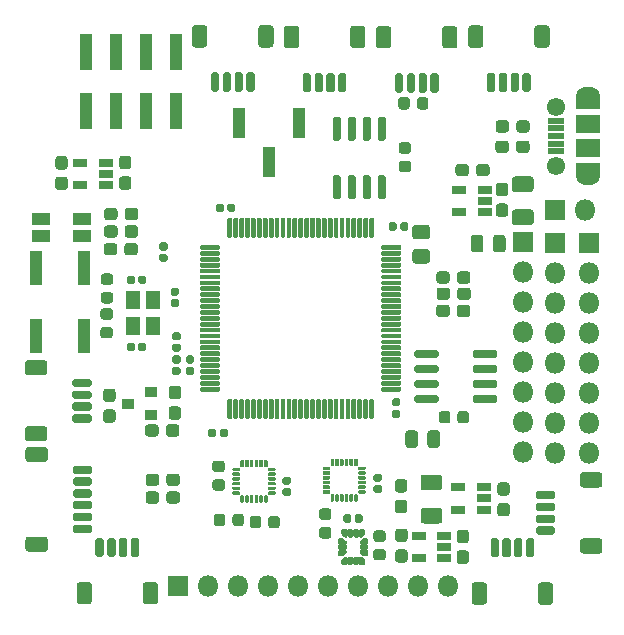
<source format=gbr>
%TF.GenerationSoftware,KiCad,Pcbnew,(5.1.6)-1*%
%TF.CreationDate,2020-09-08T22:29:01+07:00*%
%TF.ProjectId,Pixracer_clone,50697872-6163-4657-925f-636c6f6e652e,rev?*%
%TF.SameCoordinates,Original*%
%TF.FileFunction,Soldermask,Top*%
%TF.FilePolarity,Negative*%
%FSLAX46Y46*%
G04 Gerber Fmt 4.6, Leading zero omitted, Abs format (unit mm)*
G04 Created by KiCad (PCBNEW (5.1.6)-1) date 2020-09-08 22:29:01*
%MOMM*%
%LPD*%
G01*
G04 APERTURE LIST*
%ADD10O,1.800000X1.800000*%
%ADD11R,1.800000X1.800000*%
%ADD12R,1.160000X0.750000*%
%ADD13C,0.100000*%
%ADD14R,1.100000X2.610000*%
%ADD15R,1.600000X1.100000*%
%ADD16R,1.100000X3.100000*%
%ADD17R,2.000000X1.300000*%
%ADD18O,2.000000X1.300000*%
%ADD19R,2.000000X1.600000*%
%ADD20C,1.550000*%
%ADD21R,1.450000X0.500000*%
%ADD22R,1.300000X1.500000*%
%ADD23R,1.100000X2.850000*%
%ADD24R,1.000000X0.900000*%
G04 APERTURE END LIST*
%TO.C,C12*%
G36*
G01*
X157672500Y-99260000D02*
X157277500Y-99260000D01*
G75*
G02*
X157105000Y-99087500I0J172500D01*
G01*
X157105000Y-98742500D01*
G75*
G02*
X157277500Y-98570000I172500J0D01*
G01*
X157672500Y-98570000D01*
G75*
G02*
X157845000Y-98742500I0J-172500D01*
G01*
X157845000Y-99087500D01*
G75*
G02*
X157672500Y-99260000I-172500J0D01*
G01*
G37*
G36*
G01*
X157672500Y-100230000D02*
X157277500Y-100230000D01*
G75*
G02*
X157105000Y-100057500I0J172500D01*
G01*
X157105000Y-99712500D01*
G75*
G02*
X157277500Y-99540000I172500J0D01*
G01*
X157672500Y-99540000D01*
G75*
G02*
X157845000Y-99712500I0J-172500D01*
G01*
X157845000Y-100057500D01*
G75*
G02*
X157672500Y-100230000I-172500J0D01*
G01*
G37*
%TD*%
D10*
%TO.C,IMU_Debug*%
X180485000Y-120075000D03*
X177945000Y-120075000D03*
X175405000Y-120075000D03*
X172865000Y-120075000D03*
X170325000Y-120075000D03*
X167785000Y-120075000D03*
X165245000Y-120075000D03*
X162705000Y-120075000D03*
X160165000Y-120075000D03*
D11*
X157625000Y-120075000D03*
%TD*%
%TO.C,Switch*%
G36*
G01*
X144970832Y-115875000D02*
X146329168Y-115875000D01*
G75*
G02*
X146600000Y-116145832I0J-270832D01*
G01*
X146600000Y-116904168D01*
G75*
G02*
X146329168Y-117175000I-270832J0D01*
G01*
X144970832Y-117175000D01*
G75*
G02*
X144700000Y-116904168I0J270832D01*
G01*
X144700000Y-116145832D01*
G75*
G02*
X144970832Y-115875000I270832J0D01*
G01*
G37*
G36*
G01*
X144970832Y-108275000D02*
X146329168Y-108275000D01*
G75*
G02*
X146600000Y-108545832I0J-270832D01*
G01*
X146600000Y-109304168D01*
G75*
G02*
X146329168Y-109575000I-270832J0D01*
G01*
X144970832Y-109575000D01*
G75*
G02*
X144700000Y-109304168I0J270832D01*
G01*
X144700000Y-108545832D01*
G75*
G02*
X144970832Y-108275000I270832J0D01*
G01*
G37*
G36*
G01*
X148875000Y-114875000D02*
X150175000Y-114875000D01*
G75*
G02*
X150350000Y-115050000I0J-175000D01*
G01*
X150350000Y-115400000D01*
G75*
G02*
X150175000Y-115575000I-175000J0D01*
G01*
X148875000Y-115575000D01*
G75*
G02*
X148700000Y-115400000I0J175000D01*
G01*
X148700000Y-115050000D01*
G75*
G02*
X148875000Y-114875000I175000J0D01*
G01*
G37*
G36*
G01*
X148875000Y-113875000D02*
X150175000Y-113875000D01*
G75*
G02*
X150350000Y-114050000I0J-175000D01*
G01*
X150350000Y-114400000D01*
G75*
G02*
X150175000Y-114575000I-175000J0D01*
G01*
X148875000Y-114575000D01*
G75*
G02*
X148700000Y-114400000I0J175000D01*
G01*
X148700000Y-114050000D01*
G75*
G02*
X148875000Y-113875000I175000J0D01*
G01*
G37*
G36*
G01*
X148875000Y-112875000D02*
X150175000Y-112875000D01*
G75*
G02*
X150350000Y-113050000I0J-175000D01*
G01*
X150350000Y-113400000D01*
G75*
G02*
X150175000Y-113575000I-175000J0D01*
G01*
X148875000Y-113575000D01*
G75*
G02*
X148700000Y-113400000I0J175000D01*
G01*
X148700000Y-113050000D01*
G75*
G02*
X148875000Y-112875000I175000J0D01*
G01*
G37*
G36*
G01*
X148875000Y-111875000D02*
X150175000Y-111875000D01*
G75*
G02*
X150350000Y-112050000I0J-175000D01*
G01*
X150350000Y-112400000D01*
G75*
G02*
X150175000Y-112575000I-175000J0D01*
G01*
X148875000Y-112575000D01*
G75*
G02*
X148700000Y-112400000I0J175000D01*
G01*
X148700000Y-112050000D01*
G75*
G02*
X148875000Y-111875000I175000J0D01*
G01*
G37*
G36*
G01*
X148875000Y-110875000D02*
X150175000Y-110875000D01*
G75*
G02*
X150350000Y-111050000I0J-175000D01*
G01*
X150350000Y-111400000D01*
G75*
G02*
X150175000Y-111575000I-175000J0D01*
G01*
X148875000Y-111575000D01*
G75*
G02*
X148700000Y-111400000I0J175000D01*
G01*
X148700000Y-111050000D01*
G75*
G02*
X148875000Y-110875000I175000J0D01*
G01*
G37*
G36*
G01*
X148875000Y-109875000D02*
X150175000Y-109875000D01*
G75*
G02*
X150350000Y-110050000I0J-175000D01*
G01*
X150350000Y-110400000D01*
G75*
G02*
X150175000Y-110575000I-175000J0D01*
G01*
X148875000Y-110575000D01*
G75*
G02*
X148700000Y-110400000I0J175000D01*
G01*
X148700000Y-110050000D01*
G75*
G02*
X148875000Y-109875000I175000J0D01*
G01*
G37*
%TD*%
%TO.C,SWD*%
G36*
G01*
X183475000Y-72870832D02*
X183475000Y-74229168D01*
G75*
G02*
X183204168Y-74500000I-270832J0D01*
G01*
X182445832Y-74500000D01*
G75*
G02*
X182175000Y-74229168I0J270832D01*
G01*
X182175000Y-72870832D01*
G75*
G02*
X182445832Y-72600000I270832J0D01*
G01*
X183204168Y-72600000D01*
G75*
G02*
X183475000Y-72870832I0J-270832D01*
G01*
G37*
G36*
G01*
X189075000Y-72870832D02*
X189075000Y-74229168D01*
G75*
G02*
X188804168Y-74500000I-270832J0D01*
G01*
X188045832Y-74500000D01*
G75*
G02*
X187775000Y-74229168I0J270832D01*
G01*
X187775000Y-72870832D01*
G75*
G02*
X188045832Y-72600000I270832J0D01*
G01*
X188804168Y-72600000D01*
G75*
G02*
X189075000Y-72870832I0J-270832D01*
G01*
G37*
G36*
G01*
X184475000Y-76775000D02*
X184475000Y-78075000D01*
G75*
G02*
X184300000Y-78250000I-175000J0D01*
G01*
X183950000Y-78250000D01*
G75*
G02*
X183775000Y-78075000I0J175000D01*
G01*
X183775000Y-76775000D01*
G75*
G02*
X183950000Y-76600000I175000J0D01*
G01*
X184300000Y-76600000D01*
G75*
G02*
X184475000Y-76775000I0J-175000D01*
G01*
G37*
G36*
G01*
X185475000Y-76775000D02*
X185475000Y-78075000D01*
G75*
G02*
X185300000Y-78250000I-175000J0D01*
G01*
X184950000Y-78250000D01*
G75*
G02*
X184775000Y-78075000I0J175000D01*
G01*
X184775000Y-76775000D01*
G75*
G02*
X184950000Y-76600000I175000J0D01*
G01*
X185300000Y-76600000D01*
G75*
G02*
X185475000Y-76775000I0J-175000D01*
G01*
G37*
G36*
G01*
X186475000Y-76775000D02*
X186475000Y-78075000D01*
G75*
G02*
X186300000Y-78250000I-175000J0D01*
G01*
X185950000Y-78250000D01*
G75*
G02*
X185775000Y-78075000I0J175000D01*
G01*
X185775000Y-76775000D01*
G75*
G02*
X185950000Y-76600000I175000J0D01*
G01*
X186300000Y-76600000D01*
G75*
G02*
X186475000Y-76775000I0J-175000D01*
G01*
G37*
G36*
G01*
X187475000Y-76775000D02*
X187475000Y-78075000D01*
G75*
G02*
X187300000Y-78250000I-175000J0D01*
G01*
X186950000Y-78250000D01*
G75*
G02*
X186775000Y-78075000I0J175000D01*
G01*
X186775000Y-76775000D01*
G75*
G02*
X186950000Y-76600000I175000J0D01*
G01*
X187300000Y-76600000D01*
G75*
G02*
X187475000Y-76775000I0J-175000D01*
G01*
G37*
%TD*%
D12*
%TO.C,U2*%
X149355000Y-86110000D03*
X149355000Y-84210000D03*
X151555000Y-84210000D03*
X151555000Y-85160000D03*
X151555000Y-86110000D03*
%TD*%
%TO.C,C43*%
G36*
G01*
X148012500Y-84800000D02*
X147487500Y-84800000D01*
G75*
G02*
X147225000Y-84537500I0J262500D01*
G01*
X147225000Y-83912500D01*
G75*
G02*
X147487500Y-83650000I262500J0D01*
G01*
X148012500Y-83650000D01*
G75*
G02*
X148275000Y-83912500I0J-262500D01*
G01*
X148275000Y-84537500D01*
G75*
G02*
X148012500Y-84800000I-262500J0D01*
G01*
G37*
G36*
G01*
X148012500Y-86550000D02*
X147487500Y-86550000D01*
G75*
G02*
X147225000Y-86287500I0J262500D01*
G01*
X147225000Y-85662500D01*
G75*
G02*
X147487500Y-85400000I262500J0D01*
G01*
X148012500Y-85400000D01*
G75*
G02*
X148275000Y-85662500I0J-262500D01*
G01*
X148275000Y-86287500D01*
G75*
G02*
X148012500Y-86550000I-262500J0D01*
G01*
G37*
%TD*%
%TO.C,C38*%
G36*
G01*
X181225000Y-94212500D02*
X181225000Y-93687500D01*
G75*
G02*
X181487500Y-93425000I262500J0D01*
G01*
X182112500Y-93425000D01*
G75*
G02*
X182375000Y-93687500I0J-262500D01*
G01*
X182375000Y-94212500D01*
G75*
G02*
X182112500Y-94475000I-262500J0D01*
G01*
X181487500Y-94475000D01*
G75*
G02*
X181225000Y-94212500I0J262500D01*
G01*
G37*
G36*
G01*
X179475000Y-94212500D02*
X179475000Y-93687500D01*
G75*
G02*
X179737500Y-93425000I262500J0D01*
G01*
X180362500Y-93425000D01*
G75*
G02*
X180625000Y-93687500I0J-262500D01*
G01*
X180625000Y-94212500D01*
G75*
G02*
X180362500Y-94475000I-262500J0D01*
G01*
X179737500Y-94475000D01*
G75*
G02*
X179475000Y-94212500I0J262500D01*
G01*
G37*
%TD*%
%TO.C,C15*%
G36*
G01*
X153412500Y-84775000D02*
X152887500Y-84775000D01*
G75*
G02*
X152625000Y-84512500I0J262500D01*
G01*
X152625000Y-83887500D01*
G75*
G02*
X152887500Y-83625000I262500J0D01*
G01*
X153412500Y-83625000D01*
G75*
G02*
X153675000Y-83887500I0J-262500D01*
G01*
X153675000Y-84512500D01*
G75*
G02*
X153412500Y-84775000I-262500J0D01*
G01*
G37*
G36*
G01*
X153412500Y-86525000D02*
X152887500Y-86525000D01*
G75*
G02*
X152625000Y-86262500I0J262500D01*
G01*
X152625000Y-85637500D01*
G75*
G02*
X152887500Y-85375000I262500J0D01*
G01*
X153412500Y-85375000D01*
G75*
G02*
X153675000Y-85637500I0J-262500D01*
G01*
X153675000Y-86262500D01*
G75*
G02*
X153412500Y-86525000I-262500J0D01*
G01*
G37*
%TD*%
%TO.C,FB1*%
G36*
G01*
X184275000Y-91556250D02*
X184275000Y-90593750D01*
G75*
G02*
X184543750Y-90325000I268750J0D01*
G01*
X185081250Y-90325000D01*
G75*
G02*
X185350000Y-90593750I0J-268750D01*
G01*
X185350000Y-91556250D01*
G75*
G02*
X185081250Y-91825000I-268750J0D01*
G01*
X184543750Y-91825000D01*
G75*
G02*
X184275000Y-91556250I0J268750D01*
G01*
G37*
G36*
G01*
X182400000Y-91556250D02*
X182400000Y-90593750D01*
G75*
G02*
X182668750Y-90325000I268750J0D01*
G01*
X183206250Y-90325000D01*
G75*
G02*
X183475000Y-90593750I0J-268750D01*
G01*
X183475000Y-91556250D01*
G75*
G02*
X183206250Y-91825000I-268750J0D01*
G01*
X182668750Y-91825000D01*
G75*
G02*
X182400000Y-91556250I0J268750D01*
G01*
G37*
%TD*%
%TO.C,SBUS*%
G36*
G01*
X144920832Y-106525000D02*
X146279168Y-106525000D01*
G75*
G02*
X146550000Y-106795832I0J-270832D01*
G01*
X146550000Y-107554168D01*
G75*
G02*
X146279168Y-107825000I-270832J0D01*
G01*
X144920832Y-107825000D01*
G75*
G02*
X144650000Y-107554168I0J270832D01*
G01*
X144650000Y-106795832D01*
G75*
G02*
X144920832Y-106525000I270832J0D01*
G01*
G37*
G36*
G01*
X144920832Y-100925000D02*
X146279168Y-100925000D01*
G75*
G02*
X146550000Y-101195832I0J-270832D01*
G01*
X146550000Y-101954168D01*
G75*
G02*
X146279168Y-102225000I-270832J0D01*
G01*
X144920832Y-102225000D01*
G75*
G02*
X144650000Y-101954168I0J270832D01*
G01*
X144650000Y-101195832D01*
G75*
G02*
X144920832Y-100925000I270832J0D01*
G01*
G37*
G36*
G01*
X148825000Y-105525000D02*
X150125000Y-105525000D01*
G75*
G02*
X150300000Y-105700000I0J-175000D01*
G01*
X150300000Y-106050000D01*
G75*
G02*
X150125000Y-106225000I-175000J0D01*
G01*
X148825000Y-106225000D01*
G75*
G02*
X148650000Y-106050000I0J175000D01*
G01*
X148650000Y-105700000D01*
G75*
G02*
X148825000Y-105525000I175000J0D01*
G01*
G37*
G36*
G01*
X148825000Y-104525000D02*
X150125000Y-104525000D01*
G75*
G02*
X150300000Y-104700000I0J-175000D01*
G01*
X150300000Y-105050000D01*
G75*
G02*
X150125000Y-105225000I-175000J0D01*
G01*
X148825000Y-105225000D01*
G75*
G02*
X148650000Y-105050000I0J175000D01*
G01*
X148650000Y-104700000D01*
G75*
G02*
X148825000Y-104525000I175000J0D01*
G01*
G37*
G36*
G01*
X148825000Y-103525000D02*
X150125000Y-103525000D01*
G75*
G02*
X150300000Y-103700000I0J-175000D01*
G01*
X150300000Y-104050000D01*
G75*
G02*
X150125000Y-104225000I-175000J0D01*
G01*
X148825000Y-104225000D01*
G75*
G02*
X148650000Y-104050000I0J175000D01*
G01*
X148650000Y-103700000D01*
G75*
G02*
X148825000Y-103525000I175000J0D01*
G01*
G37*
G36*
G01*
X148825000Y-102525000D02*
X150125000Y-102525000D01*
G75*
G02*
X150300000Y-102700000I0J-175000D01*
G01*
X150300000Y-103050000D01*
G75*
G02*
X150125000Y-103225000I-175000J0D01*
G01*
X148825000Y-103225000D01*
G75*
G02*
X148650000Y-103050000I0J175000D01*
G01*
X148650000Y-102700000D01*
G75*
G02*
X148825000Y-102525000I175000J0D01*
G01*
G37*
%TD*%
%TO.C,I2C1*%
G36*
G01*
X167875000Y-72895832D02*
X167875000Y-74254168D01*
G75*
G02*
X167604168Y-74525000I-270832J0D01*
G01*
X166845832Y-74525000D01*
G75*
G02*
X166575000Y-74254168I0J270832D01*
G01*
X166575000Y-72895832D01*
G75*
G02*
X166845832Y-72625000I270832J0D01*
G01*
X167604168Y-72625000D01*
G75*
G02*
X167875000Y-72895832I0J-270832D01*
G01*
G37*
G36*
G01*
X173475000Y-72895832D02*
X173475000Y-74254168D01*
G75*
G02*
X173204168Y-74525000I-270832J0D01*
G01*
X172445832Y-74525000D01*
G75*
G02*
X172175000Y-74254168I0J270832D01*
G01*
X172175000Y-72895832D01*
G75*
G02*
X172445832Y-72625000I270832J0D01*
G01*
X173204168Y-72625000D01*
G75*
G02*
X173475000Y-72895832I0J-270832D01*
G01*
G37*
G36*
G01*
X168875000Y-76800000D02*
X168875000Y-78100000D01*
G75*
G02*
X168700000Y-78275000I-175000J0D01*
G01*
X168350000Y-78275000D01*
G75*
G02*
X168175000Y-78100000I0J175000D01*
G01*
X168175000Y-76800000D01*
G75*
G02*
X168350000Y-76625000I175000J0D01*
G01*
X168700000Y-76625000D01*
G75*
G02*
X168875000Y-76800000I0J-175000D01*
G01*
G37*
G36*
G01*
X169875000Y-76800000D02*
X169875000Y-78100000D01*
G75*
G02*
X169700000Y-78275000I-175000J0D01*
G01*
X169350000Y-78275000D01*
G75*
G02*
X169175000Y-78100000I0J175000D01*
G01*
X169175000Y-76800000D01*
G75*
G02*
X169350000Y-76625000I175000J0D01*
G01*
X169700000Y-76625000D01*
G75*
G02*
X169875000Y-76800000I0J-175000D01*
G01*
G37*
G36*
G01*
X170875000Y-76800000D02*
X170875000Y-78100000D01*
G75*
G02*
X170700000Y-78275000I-175000J0D01*
G01*
X170350000Y-78275000D01*
G75*
G02*
X170175000Y-78100000I0J175000D01*
G01*
X170175000Y-76800000D01*
G75*
G02*
X170350000Y-76625000I175000J0D01*
G01*
X170700000Y-76625000D01*
G75*
G02*
X170875000Y-76800000I0J-175000D01*
G01*
G37*
G36*
G01*
X171875000Y-76800000D02*
X171875000Y-78100000D01*
G75*
G02*
X171700000Y-78275000I-175000J0D01*
G01*
X171350000Y-78275000D01*
G75*
G02*
X171175000Y-78100000I0J175000D01*
G01*
X171175000Y-76800000D01*
G75*
G02*
X171350000Y-76625000I175000J0D01*
G01*
X171700000Y-76625000D01*
G75*
G02*
X171875000Y-76800000I0J-175000D01*
G01*
G37*
%TD*%
%TO.C,R4*%
G36*
G01*
X185625000Y-82612500D02*
X185625000Y-83137500D01*
G75*
G02*
X185362500Y-83400000I-262500J0D01*
G01*
X184737500Y-83400000D01*
G75*
G02*
X184475000Y-83137500I0J262500D01*
G01*
X184475000Y-82612500D01*
G75*
G02*
X184737500Y-82350000I262500J0D01*
G01*
X185362500Y-82350000D01*
G75*
G02*
X185625000Y-82612500I0J-262500D01*
G01*
G37*
G36*
G01*
X187375000Y-82612500D02*
X187375000Y-83137500D01*
G75*
G02*
X187112500Y-83400000I-262500J0D01*
G01*
X186487500Y-83400000D01*
G75*
G02*
X186225000Y-83137500I0J262500D01*
G01*
X186225000Y-82612500D01*
G75*
G02*
X186487500Y-82350000I262500J0D01*
G01*
X187112500Y-82350000D01*
G75*
G02*
X187375000Y-82612500I0J-262500D01*
G01*
G37*
%TD*%
%TO.C,R3*%
G36*
G01*
X185650000Y-80887500D02*
X185650000Y-81412500D01*
G75*
G02*
X185387500Y-81675000I-262500J0D01*
G01*
X184762500Y-81675000D01*
G75*
G02*
X184500000Y-81412500I0J262500D01*
G01*
X184500000Y-80887500D01*
G75*
G02*
X184762500Y-80625000I262500J0D01*
G01*
X185387500Y-80625000D01*
G75*
G02*
X185650000Y-80887500I0J-262500D01*
G01*
G37*
G36*
G01*
X187400000Y-80887500D02*
X187400000Y-81412500D01*
G75*
G02*
X187137500Y-81675000I-262500J0D01*
G01*
X186512500Y-81675000D01*
G75*
G02*
X186250000Y-81412500I0J262500D01*
G01*
X186250000Y-80887500D01*
G75*
G02*
X186512500Y-80625000I262500J0D01*
G01*
X187137500Y-80625000D01*
G75*
G02*
X187400000Y-80887500I0J-262500D01*
G01*
G37*
%TD*%
D10*
%TO.C,J19*%
X192090000Y-88225000D03*
D11*
X189550000Y-88225000D03*
%TD*%
%TO.C,UART8*%
G36*
G01*
X160100000Y-72845832D02*
X160100000Y-74204168D01*
G75*
G02*
X159829168Y-74475000I-270832J0D01*
G01*
X159070832Y-74475000D01*
G75*
G02*
X158800000Y-74204168I0J270832D01*
G01*
X158800000Y-72845832D01*
G75*
G02*
X159070832Y-72575000I270832J0D01*
G01*
X159829168Y-72575000D01*
G75*
G02*
X160100000Y-72845832I0J-270832D01*
G01*
G37*
G36*
G01*
X165700000Y-72845832D02*
X165700000Y-74204168D01*
G75*
G02*
X165429168Y-74475000I-270832J0D01*
G01*
X164670832Y-74475000D01*
G75*
G02*
X164400000Y-74204168I0J270832D01*
G01*
X164400000Y-72845832D01*
G75*
G02*
X164670832Y-72575000I270832J0D01*
G01*
X165429168Y-72575000D01*
G75*
G02*
X165700000Y-72845832I0J-270832D01*
G01*
G37*
G36*
G01*
X161100000Y-76750000D02*
X161100000Y-78050000D01*
G75*
G02*
X160925000Y-78225000I-175000J0D01*
G01*
X160575000Y-78225000D01*
G75*
G02*
X160400000Y-78050000I0J175000D01*
G01*
X160400000Y-76750000D01*
G75*
G02*
X160575000Y-76575000I175000J0D01*
G01*
X160925000Y-76575000D01*
G75*
G02*
X161100000Y-76750000I0J-175000D01*
G01*
G37*
G36*
G01*
X162100000Y-76750000D02*
X162100000Y-78050000D01*
G75*
G02*
X161925000Y-78225000I-175000J0D01*
G01*
X161575000Y-78225000D01*
G75*
G02*
X161400000Y-78050000I0J175000D01*
G01*
X161400000Y-76750000D01*
G75*
G02*
X161575000Y-76575000I175000J0D01*
G01*
X161925000Y-76575000D01*
G75*
G02*
X162100000Y-76750000I0J-175000D01*
G01*
G37*
G36*
G01*
X163100000Y-76750000D02*
X163100000Y-78050000D01*
G75*
G02*
X162925000Y-78225000I-175000J0D01*
G01*
X162575000Y-78225000D01*
G75*
G02*
X162400000Y-78050000I0J175000D01*
G01*
X162400000Y-76750000D01*
G75*
G02*
X162575000Y-76575000I175000J0D01*
G01*
X162925000Y-76575000D01*
G75*
G02*
X163100000Y-76750000I0J-175000D01*
G01*
G37*
G36*
G01*
X164100000Y-76750000D02*
X164100000Y-78050000D01*
G75*
G02*
X163925000Y-78225000I-175000J0D01*
G01*
X163575000Y-78225000D01*
G75*
G02*
X163400000Y-78050000I0J175000D01*
G01*
X163400000Y-76750000D01*
G75*
G02*
X163575000Y-76575000I175000J0D01*
G01*
X163925000Y-76575000D01*
G75*
G02*
X164100000Y-76750000I0J-175000D01*
G01*
G37*
%TD*%
%TO.C,C25*%
G36*
G01*
X179730000Y-111975000D02*
X178420000Y-111975000D01*
G75*
G02*
X178150000Y-111705000I0J270000D01*
G01*
X178150000Y-110895000D01*
G75*
G02*
X178420000Y-110625000I270000J0D01*
G01*
X179730000Y-110625000D01*
G75*
G02*
X180000000Y-110895000I0J-270000D01*
G01*
X180000000Y-111705000D01*
G75*
G02*
X179730000Y-111975000I-270000J0D01*
G01*
G37*
G36*
G01*
X179730000Y-114775000D02*
X178420000Y-114775000D01*
G75*
G02*
X178150000Y-114505000I0J270000D01*
G01*
X178150000Y-113695000D01*
G75*
G02*
X178420000Y-113425000I270000J0D01*
G01*
X179730000Y-113425000D01*
G75*
G02*
X180000000Y-113695000I0J-270000D01*
G01*
X180000000Y-114505000D01*
G75*
G02*
X179730000Y-114775000I-270000J0D01*
G01*
G37*
%TD*%
%TO.C,C20*%
G36*
G01*
X174722500Y-111235000D02*
X174327500Y-111235000D01*
G75*
G02*
X174155000Y-111062500I0J172500D01*
G01*
X174155000Y-110717500D01*
G75*
G02*
X174327500Y-110545000I172500J0D01*
G01*
X174722500Y-110545000D01*
G75*
G02*
X174895000Y-110717500I0J-172500D01*
G01*
X174895000Y-111062500D01*
G75*
G02*
X174722500Y-111235000I-172500J0D01*
G01*
G37*
G36*
G01*
X174722500Y-112205000D02*
X174327500Y-112205000D01*
G75*
G02*
X174155000Y-112032500I0J172500D01*
G01*
X174155000Y-111687500D01*
G75*
G02*
X174327500Y-111515000I172500J0D01*
G01*
X174722500Y-111515000D01*
G75*
G02*
X174895000Y-111687500I0J-172500D01*
G01*
X174895000Y-112032500D01*
G75*
G02*
X174722500Y-112205000I-172500J0D01*
G01*
G37*
%TD*%
%TO.C,C16*%
G36*
G01*
X169793750Y-115075000D02*
X170356250Y-115075000D01*
G75*
G02*
X170600000Y-115318750I0J-243750D01*
G01*
X170600000Y-115806250D01*
G75*
G02*
X170356250Y-116050000I-243750J0D01*
G01*
X169793750Y-116050000D01*
G75*
G02*
X169550000Y-115806250I0J243750D01*
G01*
X169550000Y-115318750D01*
G75*
G02*
X169793750Y-115075000I243750J0D01*
G01*
G37*
G36*
G01*
X169793750Y-113500000D02*
X170356250Y-113500000D01*
G75*
G02*
X170600000Y-113743750I0J-243750D01*
G01*
X170600000Y-114231250D01*
G75*
G02*
X170356250Y-114475000I-243750J0D01*
G01*
X169793750Y-114475000D01*
G75*
G02*
X169550000Y-114231250I0J243750D01*
G01*
X169550000Y-113743750D01*
G75*
G02*
X169793750Y-113500000I243750J0D01*
G01*
G37*
%TD*%
%TO.C,C23*%
G36*
G01*
X161331250Y-110425000D02*
X160768750Y-110425000D01*
G75*
G02*
X160525000Y-110181250I0J243750D01*
G01*
X160525000Y-109693750D01*
G75*
G02*
X160768750Y-109450000I243750J0D01*
G01*
X161331250Y-109450000D01*
G75*
G02*
X161575000Y-109693750I0J-243750D01*
G01*
X161575000Y-110181250D01*
G75*
G02*
X161331250Y-110425000I-243750J0D01*
G01*
G37*
G36*
G01*
X161331250Y-112000000D02*
X160768750Y-112000000D01*
G75*
G02*
X160525000Y-111756250I0J243750D01*
G01*
X160525000Y-111268750D01*
G75*
G02*
X160768750Y-111025000I243750J0D01*
G01*
X161331250Y-111025000D01*
G75*
G02*
X161575000Y-111268750I0J-243750D01*
G01*
X161575000Y-111756250D01*
G75*
G02*
X161331250Y-112000000I-243750J0D01*
G01*
G37*
%TD*%
%TO.C,C26*%
G36*
G01*
X174956250Y-116325000D02*
X174393750Y-116325000D01*
G75*
G02*
X174150000Y-116081250I0J243750D01*
G01*
X174150000Y-115593750D01*
G75*
G02*
X174393750Y-115350000I243750J0D01*
G01*
X174956250Y-115350000D01*
G75*
G02*
X175200000Y-115593750I0J-243750D01*
G01*
X175200000Y-116081250D01*
G75*
G02*
X174956250Y-116325000I-243750J0D01*
G01*
G37*
G36*
G01*
X174956250Y-117900000D02*
X174393750Y-117900000D01*
G75*
G02*
X174150000Y-117656250I0J243750D01*
G01*
X174150000Y-117168750D01*
G75*
G02*
X174393750Y-116925000I243750J0D01*
G01*
X174956250Y-116925000D01*
G75*
G02*
X175200000Y-117168750I0J-243750D01*
G01*
X175200000Y-117656250D01*
G75*
G02*
X174956250Y-117900000I-243750J0D01*
G01*
G37*
%TD*%
%TO.C,C19*%
G36*
G01*
X172565000Y-114547500D02*
X172565000Y-114152500D01*
G75*
G02*
X172737500Y-113980000I172500J0D01*
G01*
X173082500Y-113980000D01*
G75*
G02*
X173255000Y-114152500I0J-172500D01*
G01*
X173255000Y-114547500D01*
G75*
G02*
X173082500Y-114720000I-172500J0D01*
G01*
X172737500Y-114720000D01*
G75*
G02*
X172565000Y-114547500I0J172500D01*
G01*
G37*
G36*
G01*
X171595000Y-114547500D02*
X171595000Y-114152500D01*
G75*
G02*
X171767500Y-113980000I172500J0D01*
G01*
X172112500Y-113980000D01*
G75*
G02*
X172285000Y-114152500I0J-172500D01*
G01*
X172285000Y-114547500D01*
G75*
G02*
X172112500Y-114720000I-172500J0D01*
G01*
X171767500Y-114720000D01*
G75*
G02*
X171595000Y-114547500I0J172500D01*
G01*
G37*
%TD*%
%TO.C,C24*%
G36*
G01*
X165250000Y-114931250D02*
X165250000Y-114368750D01*
G75*
G02*
X165493750Y-114125000I243750J0D01*
G01*
X165981250Y-114125000D01*
G75*
G02*
X166225000Y-114368750I0J-243750D01*
G01*
X166225000Y-114931250D01*
G75*
G02*
X165981250Y-115175000I-243750J0D01*
G01*
X165493750Y-115175000D01*
G75*
G02*
X165250000Y-114931250I0J243750D01*
G01*
G37*
G36*
G01*
X163675000Y-114931250D02*
X163675000Y-114368750D01*
G75*
G02*
X163918750Y-114125000I243750J0D01*
G01*
X164406250Y-114125000D01*
G75*
G02*
X164650000Y-114368750I0J-243750D01*
G01*
X164650000Y-114931250D01*
G75*
G02*
X164406250Y-115175000I-243750J0D01*
G01*
X163918750Y-115175000D01*
G75*
G02*
X163675000Y-114931250I0J243750D01*
G01*
G37*
%TD*%
%TO.C,C17*%
G36*
G01*
X167022500Y-111485000D02*
X166627500Y-111485000D01*
G75*
G02*
X166455000Y-111312500I0J172500D01*
G01*
X166455000Y-110967500D01*
G75*
G02*
X166627500Y-110795000I172500J0D01*
G01*
X167022500Y-110795000D01*
G75*
G02*
X167195000Y-110967500I0J-172500D01*
G01*
X167195000Y-111312500D01*
G75*
G02*
X167022500Y-111485000I-172500J0D01*
G01*
G37*
G36*
G01*
X167022500Y-112455000D02*
X166627500Y-112455000D01*
G75*
G02*
X166455000Y-112282500I0J172500D01*
G01*
X166455000Y-111937500D01*
G75*
G02*
X166627500Y-111765000I172500J0D01*
G01*
X167022500Y-111765000D01*
G75*
G02*
X167195000Y-111937500I0J-172500D01*
G01*
X167195000Y-112282500D01*
G75*
G02*
X167022500Y-112455000I-172500J0D01*
G01*
G37*
%TD*%
D13*
%TO.C,LSM6D*%
G36*
X171175241Y-117145100D02*
G01*
X171176682Y-117130468D01*
X171178594Y-117120853D01*
X171182862Y-117106784D01*
X171186613Y-117097729D01*
X171193544Y-117084762D01*
X171198989Y-117076612D01*
X171208316Y-117065247D01*
X171215247Y-117058316D01*
X171226612Y-117048989D01*
X171234762Y-117043544D01*
X171247729Y-117036613D01*
X171256784Y-117032862D01*
X171270853Y-117028594D01*
X171280468Y-117026682D01*
X171295100Y-117025241D01*
X171300000Y-117025000D01*
X171775000Y-117025000D01*
X171779900Y-117025241D01*
X171794532Y-117026682D01*
X171804147Y-117028594D01*
X171818216Y-117032862D01*
X171827271Y-117036613D01*
X171840238Y-117043544D01*
X171848388Y-117048989D01*
X171859753Y-117058316D01*
X171866684Y-117065247D01*
X171876011Y-117076612D01*
X171881456Y-117084762D01*
X171888387Y-117097729D01*
X171892138Y-117106784D01*
X171896406Y-117120853D01*
X171898318Y-117130468D01*
X171899759Y-117145100D01*
X171900000Y-117150000D01*
X171900000Y-117193934D01*
X171899759Y-117198834D01*
X171898318Y-117213466D01*
X171896406Y-117223081D01*
X171892138Y-117237150D01*
X171888387Y-117246205D01*
X171881456Y-117259172D01*
X171876011Y-117267322D01*
X171866684Y-117278687D01*
X171863388Y-117282322D01*
X171657322Y-117488388D01*
X171653687Y-117491684D01*
X171642322Y-117501011D01*
X171634172Y-117506456D01*
X171621205Y-117513387D01*
X171612150Y-117517138D01*
X171598081Y-117521406D01*
X171588466Y-117523318D01*
X171573834Y-117524759D01*
X171568934Y-117525000D01*
X171300000Y-117525000D01*
X171295100Y-117524759D01*
X171280468Y-117523318D01*
X171270853Y-117521406D01*
X171256784Y-117517138D01*
X171247729Y-117513387D01*
X171234762Y-117506456D01*
X171226612Y-117501011D01*
X171215247Y-117491684D01*
X171208316Y-117484753D01*
X171198989Y-117473388D01*
X171193544Y-117465238D01*
X171186613Y-117452271D01*
X171182862Y-117443216D01*
X171178594Y-117429147D01*
X171176682Y-117419532D01*
X171175241Y-117404900D01*
X171175000Y-117400000D01*
X171175000Y-117150000D01*
X171175241Y-117145100D01*
G37*
G36*
G01*
X171775000Y-117025000D02*
X171300000Y-117025000D01*
G75*
G02*
X171175000Y-116900000I0J125000D01*
G01*
X171175000Y-116650000D01*
G75*
G02*
X171300000Y-116525000I125000J0D01*
G01*
X171775000Y-116525000D01*
G75*
G02*
X171900000Y-116650000I0J-125000D01*
G01*
X171900000Y-116900000D01*
G75*
G02*
X171775000Y-117025000I-125000J0D01*
G01*
G37*
G36*
X171175241Y-116145100D02*
G01*
X171176682Y-116130468D01*
X171178594Y-116120853D01*
X171182862Y-116106784D01*
X171186613Y-116097729D01*
X171193544Y-116084762D01*
X171198989Y-116076612D01*
X171208316Y-116065247D01*
X171215247Y-116058316D01*
X171226612Y-116048989D01*
X171234762Y-116043544D01*
X171247729Y-116036613D01*
X171256784Y-116032862D01*
X171270853Y-116028594D01*
X171280468Y-116026682D01*
X171295100Y-116025241D01*
X171300000Y-116025000D01*
X171568934Y-116025000D01*
X171573834Y-116025241D01*
X171588466Y-116026682D01*
X171598081Y-116028594D01*
X171612150Y-116032862D01*
X171621205Y-116036613D01*
X171634172Y-116043544D01*
X171642322Y-116048989D01*
X171653687Y-116058316D01*
X171657322Y-116061612D01*
X171863388Y-116267678D01*
X171866684Y-116271313D01*
X171876011Y-116282678D01*
X171881456Y-116290828D01*
X171888387Y-116303795D01*
X171892138Y-116312850D01*
X171896406Y-116326919D01*
X171898318Y-116336534D01*
X171899759Y-116351166D01*
X171900000Y-116356066D01*
X171900000Y-116400000D01*
X171899759Y-116404900D01*
X171898318Y-116419532D01*
X171896406Y-116429147D01*
X171892138Y-116443216D01*
X171888387Y-116452271D01*
X171881456Y-116465238D01*
X171876011Y-116473388D01*
X171866684Y-116484753D01*
X171859753Y-116491684D01*
X171848388Y-116501011D01*
X171840238Y-116506456D01*
X171827271Y-116513387D01*
X171818216Y-116517138D01*
X171804147Y-116521406D01*
X171794532Y-116523318D01*
X171779900Y-116524759D01*
X171775000Y-116525000D01*
X171300000Y-116525000D01*
X171295100Y-116524759D01*
X171280468Y-116523318D01*
X171270853Y-116521406D01*
X171256784Y-116517138D01*
X171247729Y-116513387D01*
X171234762Y-116506456D01*
X171226612Y-116501011D01*
X171215247Y-116491684D01*
X171208316Y-116484753D01*
X171198989Y-116473388D01*
X171193544Y-116465238D01*
X171186613Y-116452271D01*
X171182862Y-116443216D01*
X171178594Y-116429147D01*
X171176682Y-116419532D01*
X171175241Y-116404900D01*
X171175000Y-116400000D01*
X171175000Y-116150000D01*
X171175241Y-116145100D01*
G37*
G36*
X171450241Y-115370100D02*
G01*
X171451682Y-115355468D01*
X171453594Y-115345853D01*
X171457862Y-115331784D01*
X171461613Y-115322729D01*
X171468544Y-115309762D01*
X171473989Y-115301612D01*
X171483316Y-115290247D01*
X171490247Y-115283316D01*
X171501612Y-115273989D01*
X171509762Y-115268544D01*
X171522729Y-115261613D01*
X171531784Y-115257862D01*
X171545853Y-115253594D01*
X171555468Y-115251682D01*
X171570100Y-115250241D01*
X171575000Y-115250000D01*
X171825000Y-115250000D01*
X171829900Y-115250241D01*
X171844532Y-115251682D01*
X171854147Y-115253594D01*
X171868216Y-115257862D01*
X171877271Y-115261613D01*
X171890238Y-115268544D01*
X171898388Y-115273989D01*
X171909753Y-115283316D01*
X171916684Y-115290247D01*
X171926011Y-115301612D01*
X171931456Y-115309762D01*
X171938387Y-115322729D01*
X171942138Y-115331784D01*
X171946406Y-115345853D01*
X171948318Y-115355468D01*
X171949759Y-115370100D01*
X171950000Y-115375000D01*
X171950000Y-115850000D01*
X171949759Y-115854900D01*
X171948318Y-115869532D01*
X171946406Y-115879147D01*
X171942138Y-115893216D01*
X171938387Y-115902271D01*
X171931456Y-115915238D01*
X171926011Y-115923388D01*
X171916684Y-115934753D01*
X171909753Y-115941684D01*
X171898388Y-115951011D01*
X171890238Y-115956456D01*
X171877271Y-115963387D01*
X171868216Y-115967138D01*
X171854147Y-115971406D01*
X171844532Y-115973318D01*
X171829900Y-115974759D01*
X171825000Y-115975000D01*
X171781066Y-115975000D01*
X171776166Y-115974759D01*
X171761534Y-115973318D01*
X171751919Y-115971406D01*
X171737850Y-115967138D01*
X171728795Y-115963387D01*
X171715828Y-115956456D01*
X171707678Y-115951011D01*
X171696313Y-115941684D01*
X171692678Y-115938388D01*
X171486612Y-115732322D01*
X171483316Y-115728687D01*
X171473989Y-115717322D01*
X171468544Y-115709172D01*
X171461613Y-115696205D01*
X171457862Y-115687150D01*
X171453594Y-115673081D01*
X171451682Y-115663466D01*
X171450241Y-115648834D01*
X171450000Y-115643934D01*
X171450000Y-115375000D01*
X171450241Y-115370100D01*
G37*
G36*
G01*
X172325000Y-115975000D02*
X172075000Y-115975000D01*
G75*
G02*
X171950000Y-115850000I0J125000D01*
G01*
X171950000Y-115375000D01*
G75*
G02*
X172075000Y-115250000I125000J0D01*
G01*
X172325000Y-115250000D01*
G75*
G02*
X172450000Y-115375000I0J-125000D01*
G01*
X172450000Y-115850000D01*
G75*
G02*
X172325000Y-115975000I-125000J0D01*
G01*
G37*
G36*
G01*
X172825000Y-115975000D02*
X172575000Y-115975000D01*
G75*
G02*
X172450000Y-115850000I0J125000D01*
G01*
X172450000Y-115375000D01*
G75*
G02*
X172575000Y-115250000I125000J0D01*
G01*
X172825000Y-115250000D01*
G75*
G02*
X172950000Y-115375000I0J-125000D01*
G01*
X172950000Y-115850000D01*
G75*
G02*
X172825000Y-115975000I-125000J0D01*
G01*
G37*
G36*
X172950241Y-115370100D02*
G01*
X172951682Y-115355468D01*
X172953594Y-115345853D01*
X172957862Y-115331784D01*
X172961613Y-115322729D01*
X172968544Y-115309762D01*
X172973989Y-115301612D01*
X172983316Y-115290247D01*
X172990247Y-115283316D01*
X173001612Y-115273989D01*
X173009762Y-115268544D01*
X173022729Y-115261613D01*
X173031784Y-115257862D01*
X173045853Y-115253594D01*
X173055468Y-115251682D01*
X173070100Y-115250241D01*
X173075000Y-115250000D01*
X173325000Y-115250000D01*
X173329900Y-115250241D01*
X173344532Y-115251682D01*
X173354147Y-115253594D01*
X173368216Y-115257862D01*
X173377271Y-115261613D01*
X173390238Y-115268544D01*
X173398388Y-115273989D01*
X173409753Y-115283316D01*
X173416684Y-115290247D01*
X173426011Y-115301612D01*
X173431456Y-115309762D01*
X173438387Y-115322729D01*
X173442138Y-115331784D01*
X173446406Y-115345853D01*
X173448318Y-115355468D01*
X173449759Y-115370100D01*
X173450000Y-115375000D01*
X173450000Y-115643934D01*
X173449759Y-115648834D01*
X173448318Y-115663466D01*
X173446406Y-115673081D01*
X173442138Y-115687150D01*
X173438387Y-115696205D01*
X173431456Y-115709172D01*
X173426011Y-115717322D01*
X173416684Y-115728687D01*
X173413388Y-115732322D01*
X173207322Y-115938388D01*
X173203687Y-115941684D01*
X173192322Y-115951011D01*
X173184172Y-115956456D01*
X173171205Y-115963387D01*
X173162150Y-115967138D01*
X173148081Y-115971406D01*
X173138466Y-115973318D01*
X173123834Y-115974759D01*
X173118934Y-115975000D01*
X173075000Y-115975000D01*
X173070100Y-115974759D01*
X173055468Y-115973318D01*
X173045853Y-115971406D01*
X173031784Y-115967138D01*
X173022729Y-115963387D01*
X173009762Y-115956456D01*
X173001612Y-115951011D01*
X172990247Y-115941684D01*
X172983316Y-115934753D01*
X172973989Y-115923388D01*
X172968544Y-115915238D01*
X172961613Y-115902271D01*
X172957862Y-115893216D01*
X172953594Y-115879147D01*
X172951682Y-115869532D01*
X172950241Y-115854900D01*
X172950000Y-115850000D01*
X172950000Y-115375000D01*
X172950241Y-115370100D01*
G37*
G36*
X173000241Y-116351166D02*
G01*
X173001682Y-116336534D01*
X173003594Y-116326919D01*
X173007862Y-116312850D01*
X173011613Y-116303795D01*
X173018544Y-116290828D01*
X173023989Y-116282678D01*
X173033316Y-116271313D01*
X173036612Y-116267678D01*
X173242678Y-116061612D01*
X173246313Y-116058316D01*
X173257678Y-116048989D01*
X173265828Y-116043544D01*
X173278795Y-116036613D01*
X173287850Y-116032862D01*
X173301919Y-116028594D01*
X173311534Y-116026682D01*
X173326166Y-116025241D01*
X173331066Y-116025000D01*
X173600000Y-116025000D01*
X173604900Y-116025241D01*
X173619532Y-116026682D01*
X173629147Y-116028594D01*
X173643216Y-116032862D01*
X173652271Y-116036613D01*
X173665238Y-116043544D01*
X173673388Y-116048989D01*
X173684753Y-116058316D01*
X173691684Y-116065247D01*
X173701011Y-116076612D01*
X173706456Y-116084762D01*
X173713387Y-116097729D01*
X173717138Y-116106784D01*
X173721406Y-116120853D01*
X173723318Y-116130468D01*
X173724759Y-116145100D01*
X173725000Y-116150000D01*
X173725000Y-116400000D01*
X173724759Y-116404900D01*
X173723318Y-116419532D01*
X173721406Y-116429147D01*
X173717138Y-116443216D01*
X173713387Y-116452271D01*
X173706456Y-116465238D01*
X173701011Y-116473388D01*
X173691684Y-116484753D01*
X173684753Y-116491684D01*
X173673388Y-116501011D01*
X173665238Y-116506456D01*
X173652271Y-116513387D01*
X173643216Y-116517138D01*
X173629147Y-116521406D01*
X173619532Y-116523318D01*
X173604900Y-116524759D01*
X173600000Y-116525000D01*
X173125000Y-116525000D01*
X173120100Y-116524759D01*
X173105468Y-116523318D01*
X173095853Y-116521406D01*
X173081784Y-116517138D01*
X173072729Y-116513387D01*
X173059762Y-116506456D01*
X173051612Y-116501011D01*
X173040247Y-116491684D01*
X173033316Y-116484753D01*
X173023989Y-116473388D01*
X173018544Y-116465238D01*
X173011613Y-116452271D01*
X173007862Y-116443216D01*
X173003594Y-116429147D01*
X173001682Y-116419532D01*
X173000241Y-116404900D01*
X173000000Y-116400000D01*
X173000000Y-116356066D01*
X173000241Y-116351166D01*
G37*
G36*
G01*
X173600000Y-117025000D02*
X173125000Y-117025000D01*
G75*
G02*
X173000000Y-116900000I0J125000D01*
G01*
X173000000Y-116650000D01*
G75*
G02*
X173125000Y-116525000I125000J0D01*
G01*
X173600000Y-116525000D01*
G75*
G02*
X173725000Y-116650000I0J-125000D01*
G01*
X173725000Y-116900000D01*
G75*
G02*
X173600000Y-117025000I-125000J0D01*
G01*
G37*
G36*
X173000241Y-117145100D02*
G01*
X173001682Y-117130468D01*
X173003594Y-117120853D01*
X173007862Y-117106784D01*
X173011613Y-117097729D01*
X173018544Y-117084762D01*
X173023989Y-117076612D01*
X173033316Y-117065247D01*
X173040247Y-117058316D01*
X173051612Y-117048989D01*
X173059762Y-117043544D01*
X173072729Y-117036613D01*
X173081784Y-117032862D01*
X173095853Y-117028594D01*
X173105468Y-117026682D01*
X173120100Y-117025241D01*
X173125000Y-117025000D01*
X173600000Y-117025000D01*
X173604900Y-117025241D01*
X173619532Y-117026682D01*
X173629147Y-117028594D01*
X173643216Y-117032862D01*
X173652271Y-117036613D01*
X173665238Y-117043544D01*
X173673388Y-117048989D01*
X173684753Y-117058316D01*
X173691684Y-117065247D01*
X173701011Y-117076612D01*
X173706456Y-117084762D01*
X173713387Y-117097729D01*
X173717138Y-117106784D01*
X173721406Y-117120853D01*
X173723318Y-117130468D01*
X173724759Y-117145100D01*
X173725000Y-117150000D01*
X173725000Y-117400000D01*
X173724759Y-117404900D01*
X173723318Y-117419532D01*
X173721406Y-117429147D01*
X173717138Y-117443216D01*
X173713387Y-117452271D01*
X173706456Y-117465238D01*
X173701011Y-117473388D01*
X173691684Y-117484753D01*
X173684753Y-117491684D01*
X173673388Y-117501011D01*
X173665238Y-117506456D01*
X173652271Y-117513387D01*
X173643216Y-117517138D01*
X173629147Y-117521406D01*
X173619532Y-117523318D01*
X173604900Y-117524759D01*
X173600000Y-117525000D01*
X173331066Y-117525000D01*
X173326166Y-117524759D01*
X173311534Y-117523318D01*
X173301919Y-117521406D01*
X173287850Y-117517138D01*
X173278795Y-117513387D01*
X173265828Y-117506456D01*
X173257678Y-117501011D01*
X173246313Y-117491684D01*
X173242678Y-117488388D01*
X173036612Y-117282322D01*
X173033316Y-117278687D01*
X173023989Y-117267322D01*
X173018544Y-117259172D01*
X173011613Y-117246205D01*
X173007862Y-117237150D01*
X173003594Y-117223081D01*
X173001682Y-117213466D01*
X173000241Y-117198834D01*
X173000000Y-117193934D01*
X173000000Y-117150000D01*
X173000241Y-117145100D01*
G37*
G36*
X172950241Y-117695100D02*
G01*
X172951682Y-117680468D01*
X172953594Y-117670853D01*
X172957862Y-117656784D01*
X172961613Y-117647729D01*
X172968544Y-117634762D01*
X172973989Y-117626612D01*
X172983316Y-117615247D01*
X172990247Y-117608316D01*
X173001612Y-117598989D01*
X173009762Y-117593544D01*
X173022729Y-117586613D01*
X173031784Y-117582862D01*
X173045853Y-117578594D01*
X173055468Y-117576682D01*
X173070100Y-117575241D01*
X173075000Y-117575000D01*
X173118934Y-117575000D01*
X173123834Y-117575241D01*
X173138466Y-117576682D01*
X173148081Y-117578594D01*
X173162150Y-117582862D01*
X173171205Y-117586613D01*
X173184172Y-117593544D01*
X173192322Y-117598989D01*
X173203687Y-117608316D01*
X173207322Y-117611612D01*
X173413388Y-117817678D01*
X173416684Y-117821313D01*
X173426011Y-117832678D01*
X173431456Y-117840828D01*
X173438387Y-117853795D01*
X173442138Y-117862850D01*
X173446406Y-117876919D01*
X173448318Y-117886534D01*
X173449759Y-117901166D01*
X173450000Y-117906066D01*
X173450000Y-118175000D01*
X173449759Y-118179900D01*
X173448318Y-118194532D01*
X173446406Y-118204147D01*
X173442138Y-118218216D01*
X173438387Y-118227271D01*
X173431456Y-118240238D01*
X173426011Y-118248388D01*
X173416684Y-118259753D01*
X173409753Y-118266684D01*
X173398388Y-118276011D01*
X173390238Y-118281456D01*
X173377271Y-118288387D01*
X173368216Y-118292138D01*
X173354147Y-118296406D01*
X173344532Y-118298318D01*
X173329900Y-118299759D01*
X173325000Y-118300000D01*
X173075000Y-118300000D01*
X173070100Y-118299759D01*
X173055468Y-118298318D01*
X173045853Y-118296406D01*
X173031784Y-118292138D01*
X173022729Y-118288387D01*
X173009762Y-118281456D01*
X173001612Y-118276011D01*
X172990247Y-118266684D01*
X172983316Y-118259753D01*
X172973989Y-118248388D01*
X172968544Y-118240238D01*
X172961613Y-118227271D01*
X172957862Y-118218216D01*
X172953594Y-118204147D01*
X172951682Y-118194532D01*
X172950241Y-118179900D01*
X172950000Y-118175000D01*
X172950000Y-117700000D01*
X172950241Y-117695100D01*
G37*
G36*
G01*
X172825000Y-118300000D02*
X172575000Y-118300000D01*
G75*
G02*
X172450000Y-118175000I0J125000D01*
G01*
X172450000Y-117700000D01*
G75*
G02*
X172575000Y-117575000I125000J0D01*
G01*
X172825000Y-117575000D01*
G75*
G02*
X172950000Y-117700000I0J-125000D01*
G01*
X172950000Y-118175000D01*
G75*
G02*
X172825000Y-118300000I-125000J0D01*
G01*
G37*
G36*
G01*
X172325000Y-118300000D02*
X172075000Y-118300000D01*
G75*
G02*
X171950000Y-118175000I0J125000D01*
G01*
X171950000Y-117700000D01*
G75*
G02*
X172075000Y-117575000I125000J0D01*
G01*
X172325000Y-117575000D01*
G75*
G02*
X172450000Y-117700000I0J-125000D01*
G01*
X172450000Y-118175000D01*
G75*
G02*
X172325000Y-118300000I-125000J0D01*
G01*
G37*
G36*
X171450241Y-117901166D02*
G01*
X171451682Y-117886534D01*
X171453594Y-117876919D01*
X171457862Y-117862850D01*
X171461613Y-117853795D01*
X171468544Y-117840828D01*
X171473989Y-117832678D01*
X171483316Y-117821313D01*
X171486612Y-117817678D01*
X171692678Y-117611612D01*
X171696313Y-117608316D01*
X171707678Y-117598989D01*
X171715828Y-117593544D01*
X171728795Y-117586613D01*
X171737850Y-117582862D01*
X171751919Y-117578594D01*
X171761534Y-117576682D01*
X171776166Y-117575241D01*
X171781066Y-117575000D01*
X171825000Y-117575000D01*
X171829900Y-117575241D01*
X171844532Y-117576682D01*
X171854147Y-117578594D01*
X171868216Y-117582862D01*
X171877271Y-117586613D01*
X171890238Y-117593544D01*
X171898388Y-117598989D01*
X171909753Y-117608316D01*
X171916684Y-117615247D01*
X171926011Y-117626612D01*
X171931456Y-117634762D01*
X171938387Y-117647729D01*
X171942138Y-117656784D01*
X171946406Y-117670853D01*
X171948318Y-117680468D01*
X171949759Y-117695100D01*
X171950000Y-117700000D01*
X171950000Y-118175000D01*
X171949759Y-118179900D01*
X171948318Y-118194532D01*
X171946406Y-118204147D01*
X171942138Y-118218216D01*
X171938387Y-118227271D01*
X171931456Y-118240238D01*
X171926011Y-118248388D01*
X171916684Y-118259753D01*
X171909753Y-118266684D01*
X171898388Y-118276011D01*
X171890238Y-118281456D01*
X171877271Y-118288387D01*
X171868216Y-118292138D01*
X171854147Y-118296406D01*
X171844532Y-118298318D01*
X171829900Y-118299759D01*
X171825000Y-118300000D01*
X171575000Y-118300000D01*
X171570100Y-118299759D01*
X171555468Y-118298318D01*
X171545853Y-118296406D01*
X171531784Y-118292138D01*
X171522729Y-118288387D01*
X171509762Y-118281456D01*
X171501612Y-118276011D01*
X171490247Y-118266684D01*
X171483316Y-118259753D01*
X171473989Y-118248388D01*
X171468544Y-118240238D01*
X171461613Y-118227271D01*
X171457862Y-118218216D01*
X171453594Y-118204147D01*
X171451682Y-118194532D01*
X171450241Y-118179900D01*
X171450000Y-118175000D01*
X171450000Y-117906066D01*
X171450241Y-117901166D01*
G37*
%TD*%
%TO.C,MPU9250*%
G36*
G01*
X163125000Y-110025000D02*
X162975000Y-110025000D01*
G75*
G02*
X162900000Y-109950000I0J75000D01*
G01*
X162900000Y-109450000D01*
G75*
G02*
X162975000Y-109375000I75000J0D01*
G01*
X163125000Y-109375000D01*
G75*
G02*
X163200000Y-109450000I0J-75000D01*
G01*
X163200000Y-109950000D01*
G75*
G02*
X163125000Y-110025000I-75000J0D01*
G01*
G37*
G36*
G01*
X163525000Y-110025000D02*
X163375000Y-110025000D01*
G75*
G02*
X163300000Y-109950000I0J75000D01*
G01*
X163300000Y-109450000D01*
G75*
G02*
X163375000Y-109375000I75000J0D01*
G01*
X163525000Y-109375000D01*
G75*
G02*
X163600000Y-109450000I0J-75000D01*
G01*
X163600000Y-109950000D01*
G75*
G02*
X163525000Y-110025000I-75000J0D01*
G01*
G37*
G36*
G01*
X163925000Y-110025000D02*
X163775000Y-110025000D01*
G75*
G02*
X163700000Y-109950000I0J75000D01*
G01*
X163700000Y-109450000D01*
G75*
G02*
X163775000Y-109375000I75000J0D01*
G01*
X163925000Y-109375000D01*
G75*
G02*
X164000000Y-109450000I0J-75000D01*
G01*
X164000000Y-109950000D01*
G75*
G02*
X163925000Y-110025000I-75000J0D01*
G01*
G37*
G36*
G01*
X164325000Y-110025000D02*
X164175000Y-110025000D01*
G75*
G02*
X164100000Y-109950000I0J75000D01*
G01*
X164100000Y-109450000D01*
G75*
G02*
X164175000Y-109375000I75000J0D01*
G01*
X164325000Y-109375000D01*
G75*
G02*
X164400000Y-109450000I0J-75000D01*
G01*
X164400000Y-109950000D01*
G75*
G02*
X164325000Y-110025000I-75000J0D01*
G01*
G37*
G36*
G01*
X164725000Y-110025000D02*
X164575000Y-110025000D01*
G75*
G02*
X164500000Y-109950000I0J75000D01*
G01*
X164500000Y-109450000D01*
G75*
G02*
X164575000Y-109375000I75000J0D01*
G01*
X164725000Y-109375000D01*
G75*
G02*
X164800000Y-109450000I0J-75000D01*
G01*
X164800000Y-109950000D01*
G75*
G02*
X164725000Y-110025000I-75000J0D01*
G01*
G37*
G36*
G01*
X165125000Y-110025000D02*
X164975000Y-110025000D01*
G75*
G02*
X164900000Y-109950000I0J75000D01*
G01*
X164900000Y-109450000D01*
G75*
G02*
X164975000Y-109375000I75000J0D01*
G01*
X165125000Y-109375000D01*
G75*
G02*
X165200000Y-109450000I0J-75000D01*
G01*
X165200000Y-109950000D01*
G75*
G02*
X165125000Y-110025000I-75000J0D01*
G01*
G37*
G36*
G01*
X165225000Y-110275000D02*
X165225000Y-110125000D01*
G75*
G02*
X165300000Y-110050000I75000J0D01*
G01*
X165800000Y-110050000D01*
G75*
G02*
X165875000Y-110125000I0J-75000D01*
G01*
X165875000Y-110275000D01*
G75*
G02*
X165800000Y-110350000I-75000J0D01*
G01*
X165300000Y-110350000D01*
G75*
G02*
X165225000Y-110275000I0J75000D01*
G01*
G37*
G36*
G01*
X165225000Y-110675000D02*
X165225000Y-110525000D01*
G75*
G02*
X165300000Y-110450000I75000J0D01*
G01*
X165800000Y-110450000D01*
G75*
G02*
X165875000Y-110525000I0J-75000D01*
G01*
X165875000Y-110675000D01*
G75*
G02*
X165800000Y-110750000I-75000J0D01*
G01*
X165300000Y-110750000D01*
G75*
G02*
X165225000Y-110675000I0J75000D01*
G01*
G37*
G36*
G01*
X165225000Y-111075000D02*
X165225000Y-110925000D01*
G75*
G02*
X165300000Y-110850000I75000J0D01*
G01*
X165800000Y-110850000D01*
G75*
G02*
X165875000Y-110925000I0J-75000D01*
G01*
X165875000Y-111075000D01*
G75*
G02*
X165800000Y-111150000I-75000J0D01*
G01*
X165300000Y-111150000D01*
G75*
G02*
X165225000Y-111075000I0J75000D01*
G01*
G37*
G36*
G01*
X165225000Y-111475000D02*
X165225000Y-111325000D01*
G75*
G02*
X165300000Y-111250000I75000J0D01*
G01*
X165800000Y-111250000D01*
G75*
G02*
X165875000Y-111325000I0J-75000D01*
G01*
X165875000Y-111475000D01*
G75*
G02*
X165800000Y-111550000I-75000J0D01*
G01*
X165300000Y-111550000D01*
G75*
G02*
X165225000Y-111475000I0J75000D01*
G01*
G37*
G36*
G01*
X165225000Y-111875000D02*
X165225000Y-111725000D01*
G75*
G02*
X165300000Y-111650000I75000J0D01*
G01*
X165800000Y-111650000D01*
G75*
G02*
X165875000Y-111725000I0J-75000D01*
G01*
X165875000Y-111875000D01*
G75*
G02*
X165800000Y-111950000I-75000J0D01*
G01*
X165300000Y-111950000D01*
G75*
G02*
X165225000Y-111875000I0J75000D01*
G01*
G37*
G36*
G01*
X165225000Y-112275000D02*
X165225000Y-112125000D01*
G75*
G02*
X165300000Y-112050000I75000J0D01*
G01*
X165800000Y-112050000D01*
G75*
G02*
X165875000Y-112125000I0J-75000D01*
G01*
X165875000Y-112275000D01*
G75*
G02*
X165800000Y-112350000I-75000J0D01*
G01*
X165300000Y-112350000D01*
G75*
G02*
X165225000Y-112275000I0J75000D01*
G01*
G37*
G36*
G01*
X165125000Y-113025000D02*
X164975000Y-113025000D01*
G75*
G02*
X164900000Y-112950000I0J75000D01*
G01*
X164900000Y-112450000D01*
G75*
G02*
X164975000Y-112375000I75000J0D01*
G01*
X165125000Y-112375000D01*
G75*
G02*
X165200000Y-112450000I0J-75000D01*
G01*
X165200000Y-112950000D01*
G75*
G02*
X165125000Y-113025000I-75000J0D01*
G01*
G37*
G36*
G01*
X164725000Y-113025000D02*
X164575000Y-113025000D01*
G75*
G02*
X164500000Y-112950000I0J75000D01*
G01*
X164500000Y-112450000D01*
G75*
G02*
X164575000Y-112375000I75000J0D01*
G01*
X164725000Y-112375000D01*
G75*
G02*
X164800000Y-112450000I0J-75000D01*
G01*
X164800000Y-112950000D01*
G75*
G02*
X164725000Y-113025000I-75000J0D01*
G01*
G37*
G36*
G01*
X164325000Y-113025000D02*
X164175000Y-113025000D01*
G75*
G02*
X164100000Y-112950000I0J75000D01*
G01*
X164100000Y-112450000D01*
G75*
G02*
X164175000Y-112375000I75000J0D01*
G01*
X164325000Y-112375000D01*
G75*
G02*
X164400000Y-112450000I0J-75000D01*
G01*
X164400000Y-112950000D01*
G75*
G02*
X164325000Y-113025000I-75000J0D01*
G01*
G37*
G36*
G01*
X163925000Y-113025000D02*
X163775000Y-113025000D01*
G75*
G02*
X163700000Y-112950000I0J75000D01*
G01*
X163700000Y-112450000D01*
G75*
G02*
X163775000Y-112375000I75000J0D01*
G01*
X163925000Y-112375000D01*
G75*
G02*
X164000000Y-112450000I0J-75000D01*
G01*
X164000000Y-112950000D01*
G75*
G02*
X163925000Y-113025000I-75000J0D01*
G01*
G37*
G36*
G01*
X163525000Y-113025000D02*
X163375000Y-113025000D01*
G75*
G02*
X163300000Y-112950000I0J75000D01*
G01*
X163300000Y-112450000D01*
G75*
G02*
X163375000Y-112375000I75000J0D01*
G01*
X163525000Y-112375000D01*
G75*
G02*
X163600000Y-112450000I0J-75000D01*
G01*
X163600000Y-112950000D01*
G75*
G02*
X163525000Y-113025000I-75000J0D01*
G01*
G37*
G36*
G01*
X163125000Y-113025000D02*
X162975000Y-113025000D01*
G75*
G02*
X162900000Y-112950000I0J75000D01*
G01*
X162900000Y-112450000D01*
G75*
G02*
X162975000Y-112375000I75000J0D01*
G01*
X163125000Y-112375000D01*
G75*
G02*
X163200000Y-112450000I0J-75000D01*
G01*
X163200000Y-112950000D01*
G75*
G02*
X163125000Y-113025000I-75000J0D01*
G01*
G37*
G36*
G01*
X162225000Y-112275000D02*
X162225000Y-112125000D01*
G75*
G02*
X162300000Y-112050000I75000J0D01*
G01*
X162800000Y-112050000D01*
G75*
G02*
X162875000Y-112125000I0J-75000D01*
G01*
X162875000Y-112275000D01*
G75*
G02*
X162800000Y-112350000I-75000J0D01*
G01*
X162300000Y-112350000D01*
G75*
G02*
X162225000Y-112275000I0J75000D01*
G01*
G37*
G36*
G01*
X162225000Y-111875000D02*
X162225000Y-111725000D01*
G75*
G02*
X162300000Y-111650000I75000J0D01*
G01*
X162800000Y-111650000D01*
G75*
G02*
X162875000Y-111725000I0J-75000D01*
G01*
X162875000Y-111875000D01*
G75*
G02*
X162800000Y-111950000I-75000J0D01*
G01*
X162300000Y-111950000D01*
G75*
G02*
X162225000Y-111875000I0J75000D01*
G01*
G37*
G36*
G01*
X162225000Y-111475000D02*
X162225000Y-111325000D01*
G75*
G02*
X162300000Y-111250000I75000J0D01*
G01*
X162800000Y-111250000D01*
G75*
G02*
X162875000Y-111325000I0J-75000D01*
G01*
X162875000Y-111475000D01*
G75*
G02*
X162800000Y-111550000I-75000J0D01*
G01*
X162300000Y-111550000D01*
G75*
G02*
X162225000Y-111475000I0J75000D01*
G01*
G37*
G36*
G01*
X162225000Y-111075000D02*
X162225000Y-110925000D01*
G75*
G02*
X162300000Y-110850000I75000J0D01*
G01*
X162800000Y-110850000D01*
G75*
G02*
X162875000Y-110925000I0J-75000D01*
G01*
X162875000Y-111075000D01*
G75*
G02*
X162800000Y-111150000I-75000J0D01*
G01*
X162300000Y-111150000D01*
G75*
G02*
X162225000Y-111075000I0J75000D01*
G01*
G37*
G36*
G01*
X162225000Y-110675000D02*
X162225000Y-110525000D01*
G75*
G02*
X162300000Y-110450000I75000J0D01*
G01*
X162800000Y-110450000D01*
G75*
G02*
X162875000Y-110525000I0J-75000D01*
G01*
X162875000Y-110675000D01*
G75*
G02*
X162800000Y-110750000I-75000J0D01*
G01*
X162300000Y-110750000D01*
G75*
G02*
X162225000Y-110675000I0J75000D01*
G01*
G37*
G36*
G01*
X162225000Y-110275000D02*
X162225000Y-110125000D01*
G75*
G02*
X162300000Y-110050000I75000J0D01*
G01*
X162800000Y-110050000D01*
G75*
G02*
X162875000Y-110125000I0J-75000D01*
G01*
X162875000Y-110275000D01*
G75*
G02*
X162800000Y-110350000I-75000J0D01*
G01*
X162300000Y-110350000D01*
G75*
G02*
X162225000Y-110275000I0J75000D01*
G01*
G37*
%TD*%
%TO.C,ICM20948*%
G36*
G01*
X170750000Y-109925000D02*
X170600000Y-109925000D01*
G75*
G02*
X170525000Y-109850000I0J75000D01*
G01*
X170525000Y-109350000D01*
G75*
G02*
X170600000Y-109275000I75000J0D01*
G01*
X170750000Y-109275000D01*
G75*
G02*
X170825000Y-109350000I0J-75000D01*
G01*
X170825000Y-109850000D01*
G75*
G02*
X170750000Y-109925000I-75000J0D01*
G01*
G37*
G36*
G01*
X171150000Y-109925000D02*
X171000000Y-109925000D01*
G75*
G02*
X170925000Y-109850000I0J75000D01*
G01*
X170925000Y-109350000D01*
G75*
G02*
X171000000Y-109275000I75000J0D01*
G01*
X171150000Y-109275000D01*
G75*
G02*
X171225000Y-109350000I0J-75000D01*
G01*
X171225000Y-109850000D01*
G75*
G02*
X171150000Y-109925000I-75000J0D01*
G01*
G37*
G36*
G01*
X171550000Y-109925000D02*
X171400000Y-109925000D01*
G75*
G02*
X171325000Y-109850000I0J75000D01*
G01*
X171325000Y-109350000D01*
G75*
G02*
X171400000Y-109275000I75000J0D01*
G01*
X171550000Y-109275000D01*
G75*
G02*
X171625000Y-109350000I0J-75000D01*
G01*
X171625000Y-109850000D01*
G75*
G02*
X171550000Y-109925000I-75000J0D01*
G01*
G37*
G36*
G01*
X171950000Y-109925000D02*
X171800000Y-109925000D01*
G75*
G02*
X171725000Y-109850000I0J75000D01*
G01*
X171725000Y-109350000D01*
G75*
G02*
X171800000Y-109275000I75000J0D01*
G01*
X171950000Y-109275000D01*
G75*
G02*
X172025000Y-109350000I0J-75000D01*
G01*
X172025000Y-109850000D01*
G75*
G02*
X171950000Y-109925000I-75000J0D01*
G01*
G37*
G36*
G01*
X172350000Y-109925000D02*
X172200000Y-109925000D01*
G75*
G02*
X172125000Y-109850000I0J75000D01*
G01*
X172125000Y-109350000D01*
G75*
G02*
X172200000Y-109275000I75000J0D01*
G01*
X172350000Y-109275000D01*
G75*
G02*
X172425000Y-109350000I0J-75000D01*
G01*
X172425000Y-109850000D01*
G75*
G02*
X172350000Y-109925000I-75000J0D01*
G01*
G37*
G36*
G01*
X172750000Y-109925000D02*
X172600000Y-109925000D01*
G75*
G02*
X172525000Y-109850000I0J75000D01*
G01*
X172525000Y-109350000D01*
G75*
G02*
X172600000Y-109275000I75000J0D01*
G01*
X172750000Y-109275000D01*
G75*
G02*
X172825000Y-109350000I0J-75000D01*
G01*
X172825000Y-109850000D01*
G75*
G02*
X172750000Y-109925000I-75000J0D01*
G01*
G37*
G36*
G01*
X172850000Y-110175000D02*
X172850000Y-110025000D01*
G75*
G02*
X172925000Y-109950000I75000J0D01*
G01*
X173425000Y-109950000D01*
G75*
G02*
X173500000Y-110025000I0J-75000D01*
G01*
X173500000Y-110175000D01*
G75*
G02*
X173425000Y-110250000I-75000J0D01*
G01*
X172925000Y-110250000D01*
G75*
G02*
X172850000Y-110175000I0J75000D01*
G01*
G37*
G36*
G01*
X172850000Y-110575000D02*
X172850000Y-110425000D01*
G75*
G02*
X172925000Y-110350000I75000J0D01*
G01*
X173425000Y-110350000D01*
G75*
G02*
X173500000Y-110425000I0J-75000D01*
G01*
X173500000Y-110575000D01*
G75*
G02*
X173425000Y-110650000I-75000J0D01*
G01*
X172925000Y-110650000D01*
G75*
G02*
X172850000Y-110575000I0J75000D01*
G01*
G37*
G36*
G01*
X172850000Y-110975000D02*
X172850000Y-110825000D01*
G75*
G02*
X172925000Y-110750000I75000J0D01*
G01*
X173425000Y-110750000D01*
G75*
G02*
X173500000Y-110825000I0J-75000D01*
G01*
X173500000Y-110975000D01*
G75*
G02*
X173425000Y-111050000I-75000J0D01*
G01*
X172925000Y-111050000D01*
G75*
G02*
X172850000Y-110975000I0J75000D01*
G01*
G37*
G36*
G01*
X172850000Y-111375000D02*
X172850000Y-111225000D01*
G75*
G02*
X172925000Y-111150000I75000J0D01*
G01*
X173425000Y-111150000D01*
G75*
G02*
X173500000Y-111225000I0J-75000D01*
G01*
X173500000Y-111375000D01*
G75*
G02*
X173425000Y-111450000I-75000J0D01*
G01*
X172925000Y-111450000D01*
G75*
G02*
X172850000Y-111375000I0J75000D01*
G01*
G37*
G36*
G01*
X172850000Y-111775000D02*
X172850000Y-111625000D01*
G75*
G02*
X172925000Y-111550000I75000J0D01*
G01*
X173425000Y-111550000D01*
G75*
G02*
X173500000Y-111625000I0J-75000D01*
G01*
X173500000Y-111775000D01*
G75*
G02*
X173425000Y-111850000I-75000J0D01*
G01*
X172925000Y-111850000D01*
G75*
G02*
X172850000Y-111775000I0J75000D01*
G01*
G37*
G36*
G01*
X172850000Y-112175000D02*
X172850000Y-112025000D01*
G75*
G02*
X172925000Y-111950000I75000J0D01*
G01*
X173425000Y-111950000D01*
G75*
G02*
X173500000Y-112025000I0J-75000D01*
G01*
X173500000Y-112175000D01*
G75*
G02*
X173425000Y-112250000I-75000J0D01*
G01*
X172925000Y-112250000D01*
G75*
G02*
X172850000Y-112175000I0J75000D01*
G01*
G37*
G36*
G01*
X172750000Y-112925000D02*
X172600000Y-112925000D01*
G75*
G02*
X172525000Y-112850000I0J75000D01*
G01*
X172525000Y-112350000D01*
G75*
G02*
X172600000Y-112275000I75000J0D01*
G01*
X172750000Y-112275000D01*
G75*
G02*
X172825000Y-112350000I0J-75000D01*
G01*
X172825000Y-112850000D01*
G75*
G02*
X172750000Y-112925000I-75000J0D01*
G01*
G37*
G36*
G01*
X172350000Y-112925000D02*
X172200000Y-112925000D01*
G75*
G02*
X172125000Y-112850000I0J75000D01*
G01*
X172125000Y-112350000D01*
G75*
G02*
X172200000Y-112275000I75000J0D01*
G01*
X172350000Y-112275000D01*
G75*
G02*
X172425000Y-112350000I0J-75000D01*
G01*
X172425000Y-112850000D01*
G75*
G02*
X172350000Y-112925000I-75000J0D01*
G01*
G37*
G36*
G01*
X171950000Y-112925000D02*
X171800000Y-112925000D01*
G75*
G02*
X171725000Y-112850000I0J75000D01*
G01*
X171725000Y-112350000D01*
G75*
G02*
X171800000Y-112275000I75000J0D01*
G01*
X171950000Y-112275000D01*
G75*
G02*
X172025000Y-112350000I0J-75000D01*
G01*
X172025000Y-112850000D01*
G75*
G02*
X171950000Y-112925000I-75000J0D01*
G01*
G37*
G36*
G01*
X171550000Y-112925000D02*
X171400000Y-112925000D01*
G75*
G02*
X171325000Y-112850000I0J75000D01*
G01*
X171325000Y-112350000D01*
G75*
G02*
X171400000Y-112275000I75000J0D01*
G01*
X171550000Y-112275000D01*
G75*
G02*
X171625000Y-112350000I0J-75000D01*
G01*
X171625000Y-112850000D01*
G75*
G02*
X171550000Y-112925000I-75000J0D01*
G01*
G37*
G36*
G01*
X171150000Y-112925000D02*
X171000000Y-112925000D01*
G75*
G02*
X170925000Y-112850000I0J75000D01*
G01*
X170925000Y-112350000D01*
G75*
G02*
X171000000Y-112275000I75000J0D01*
G01*
X171150000Y-112275000D01*
G75*
G02*
X171225000Y-112350000I0J-75000D01*
G01*
X171225000Y-112850000D01*
G75*
G02*
X171150000Y-112925000I-75000J0D01*
G01*
G37*
G36*
G01*
X170750000Y-112925000D02*
X170600000Y-112925000D01*
G75*
G02*
X170525000Y-112850000I0J75000D01*
G01*
X170525000Y-112350000D01*
G75*
G02*
X170600000Y-112275000I75000J0D01*
G01*
X170750000Y-112275000D01*
G75*
G02*
X170825000Y-112350000I0J-75000D01*
G01*
X170825000Y-112850000D01*
G75*
G02*
X170750000Y-112925000I-75000J0D01*
G01*
G37*
G36*
G01*
X169850000Y-112175000D02*
X169850000Y-112025000D01*
G75*
G02*
X169925000Y-111950000I75000J0D01*
G01*
X170425000Y-111950000D01*
G75*
G02*
X170500000Y-112025000I0J-75000D01*
G01*
X170500000Y-112175000D01*
G75*
G02*
X170425000Y-112250000I-75000J0D01*
G01*
X169925000Y-112250000D01*
G75*
G02*
X169850000Y-112175000I0J75000D01*
G01*
G37*
G36*
G01*
X169850000Y-111775000D02*
X169850000Y-111625000D01*
G75*
G02*
X169925000Y-111550000I75000J0D01*
G01*
X170425000Y-111550000D01*
G75*
G02*
X170500000Y-111625000I0J-75000D01*
G01*
X170500000Y-111775000D01*
G75*
G02*
X170425000Y-111850000I-75000J0D01*
G01*
X169925000Y-111850000D01*
G75*
G02*
X169850000Y-111775000I0J75000D01*
G01*
G37*
G36*
G01*
X169850000Y-111375000D02*
X169850000Y-111225000D01*
G75*
G02*
X169925000Y-111150000I75000J0D01*
G01*
X170425000Y-111150000D01*
G75*
G02*
X170500000Y-111225000I0J-75000D01*
G01*
X170500000Y-111375000D01*
G75*
G02*
X170425000Y-111450000I-75000J0D01*
G01*
X169925000Y-111450000D01*
G75*
G02*
X169850000Y-111375000I0J75000D01*
G01*
G37*
G36*
G01*
X169850000Y-110975000D02*
X169850000Y-110825000D01*
G75*
G02*
X169925000Y-110750000I75000J0D01*
G01*
X170425000Y-110750000D01*
G75*
G02*
X170500000Y-110825000I0J-75000D01*
G01*
X170500000Y-110975000D01*
G75*
G02*
X170425000Y-111050000I-75000J0D01*
G01*
X169925000Y-111050000D01*
G75*
G02*
X169850000Y-110975000I0J75000D01*
G01*
G37*
G36*
G01*
X169850000Y-110575000D02*
X169850000Y-110425000D01*
G75*
G02*
X169925000Y-110350000I75000J0D01*
G01*
X170425000Y-110350000D01*
G75*
G02*
X170500000Y-110425000I0J-75000D01*
G01*
X170500000Y-110575000D01*
G75*
G02*
X170425000Y-110650000I-75000J0D01*
G01*
X169925000Y-110650000D01*
G75*
G02*
X169850000Y-110575000I0J75000D01*
G01*
G37*
G36*
G01*
X169850000Y-110175000D02*
X169850000Y-110025000D01*
G75*
G02*
X169925000Y-109950000I75000J0D01*
G01*
X170425000Y-109950000D01*
G75*
G02*
X170500000Y-110025000I0J-75000D01*
G01*
X170500000Y-110175000D01*
G75*
G02*
X170425000Y-110250000I-75000J0D01*
G01*
X169925000Y-110250000D01*
G75*
G02*
X169850000Y-110175000I0J75000D01*
G01*
G37*
%TD*%
%TO.C,C42*%
G36*
G01*
X161625000Y-114193750D02*
X161625000Y-114756250D01*
G75*
G02*
X161381250Y-115000000I-243750J0D01*
G01*
X160893750Y-115000000D01*
G75*
G02*
X160650000Y-114756250I0J243750D01*
G01*
X160650000Y-114193750D01*
G75*
G02*
X160893750Y-113950000I243750J0D01*
G01*
X161381250Y-113950000D01*
G75*
G02*
X161625000Y-114193750I0J-243750D01*
G01*
G37*
G36*
G01*
X163200000Y-114193750D02*
X163200000Y-114756250D01*
G75*
G02*
X162956250Y-115000000I-243750J0D01*
G01*
X162468750Y-115000000D01*
G75*
G02*
X162225000Y-114756250I0J243750D01*
G01*
X162225000Y-114193750D01*
G75*
G02*
X162468750Y-113950000I243750J0D01*
G01*
X162956250Y-113950000D01*
G75*
G02*
X163200000Y-114193750I0J-243750D01*
G01*
G37*
%TD*%
%TO.C,I2C2*%
G36*
G01*
X188075000Y-121379168D02*
X188075000Y-120020832D01*
G75*
G02*
X188345832Y-119750000I270832J0D01*
G01*
X189104168Y-119750000D01*
G75*
G02*
X189375000Y-120020832I0J-270832D01*
G01*
X189375000Y-121379168D01*
G75*
G02*
X189104168Y-121650000I-270832J0D01*
G01*
X188345832Y-121650000D01*
G75*
G02*
X188075000Y-121379168I0J270832D01*
G01*
G37*
G36*
G01*
X182475000Y-121379168D02*
X182475000Y-120020832D01*
G75*
G02*
X182745832Y-119750000I270832J0D01*
G01*
X183504168Y-119750000D01*
G75*
G02*
X183775000Y-120020832I0J-270832D01*
G01*
X183775000Y-121379168D01*
G75*
G02*
X183504168Y-121650000I-270832J0D01*
G01*
X182745832Y-121650000D01*
G75*
G02*
X182475000Y-121379168I0J270832D01*
G01*
G37*
G36*
G01*
X187075000Y-117475000D02*
X187075000Y-116175000D01*
G75*
G02*
X187250000Y-116000000I175000J0D01*
G01*
X187600000Y-116000000D01*
G75*
G02*
X187775000Y-116175000I0J-175000D01*
G01*
X187775000Y-117475000D01*
G75*
G02*
X187600000Y-117650000I-175000J0D01*
G01*
X187250000Y-117650000D01*
G75*
G02*
X187075000Y-117475000I0J175000D01*
G01*
G37*
G36*
G01*
X186075000Y-117475000D02*
X186075000Y-116175000D01*
G75*
G02*
X186250000Y-116000000I175000J0D01*
G01*
X186600000Y-116000000D01*
G75*
G02*
X186775000Y-116175000I0J-175000D01*
G01*
X186775000Y-117475000D01*
G75*
G02*
X186600000Y-117650000I-175000J0D01*
G01*
X186250000Y-117650000D01*
G75*
G02*
X186075000Y-117475000I0J175000D01*
G01*
G37*
G36*
G01*
X185075000Y-117475000D02*
X185075000Y-116175000D01*
G75*
G02*
X185250000Y-116000000I175000J0D01*
G01*
X185600000Y-116000000D01*
G75*
G02*
X185775000Y-116175000I0J-175000D01*
G01*
X185775000Y-117475000D01*
G75*
G02*
X185600000Y-117650000I-175000J0D01*
G01*
X185250000Y-117650000D01*
G75*
G02*
X185075000Y-117475000I0J175000D01*
G01*
G37*
G36*
G01*
X184075000Y-117475000D02*
X184075000Y-116175000D01*
G75*
G02*
X184250000Y-116000000I175000J0D01*
G01*
X184600000Y-116000000D01*
G75*
G02*
X184775000Y-116175000I0J-175000D01*
G01*
X184775000Y-117475000D01*
G75*
G02*
X184600000Y-117650000I-175000J0D01*
G01*
X184250000Y-117650000D01*
G75*
G02*
X184075000Y-117475000I0J175000D01*
G01*
G37*
%TD*%
D14*
%TO.C,Boot*%
X165275000Y-84180000D03*
X162735000Y-80870000D03*
X167815000Y-80870000D03*
%TD*%
%TO.C,UART3*%
G36*
G01*
X193279168Y-111725000D02*
X191920832Y-111725000D01*
G75*
G02*
X191650000Y-111454168I0J270832D01*
G01*
X191650000Y-110695832D01*
G75*
G02*
X191920832Y-110425000I270832J0D01*
G01*
X193279168Y-110425000D01*
G75*
G02*
X193550000Y-110695832I0J-270832D01*
G01*
X193550000Y-111454168D01*
G75*
G02*
X193279168Y-111725000I-270832J0D01*
G01*
G37*
G36*
G01*
X193279168Y-117325000D02*
X191920832Y-117325000D01*
G75*
G02*
X191650000Y-117054168I0J270832D01*
G01*
X191650000Y-116295832D01*
G75*
G02*
X191920832Y-116025000I270832J0D01*
G01*
X193279168Y-116025000D01*
G75*
G02*
X193550000Y-116295832I0J-270832D01*
G01*
X193550000Y-117054168D01*
G75*
G02*
X193279168Y-117325000I-270832J0D01*
G01*
G37*
G36*
G01*
X189375000Y-112725000D02*
X188075000Y-112725000D01*
G75*
G02*
X187900000Y-112550000I0J175000D01*
G01*
X187900000Y-112200000D01*
G75*
G02*
X188075000Y-112025000I175000J0D01*
G01*
X189375000Y-112025000D01*
G75*
G02*
X189550000Y-112200000I0J-175000D01*
G01*
X189550000Y-112550000D01*
G75*
G02*
X189375000Y-112725000I-175000J0D01*
G01*
G37*
G36*
G01*
X189375000Y-113725000D02*
X188075000Y-113725000D01*
G75*
G02*
X187900000Y-113550000I0J175000D01*
G01*
X187900000Y-113200000D01*
G75*
G02*
X188075000Y-113025000I175000J0D01*
G01*
X189375000Y-113025000D01*
G75*
G02*
X189550000Y-113200000I0J-175000D01*
G01*
X189550000Y-113550000D01*
G75*
G02*
X189375000Y-113725000I-175000J0D01*
G01*
G37*
G36*
G01*
X189375000Y-114725000D02*
X188075000Y-114725000D01*
G75*
G02*
X187900000Y-114550000I0J175000D01*
G01*
X187900000Y-114200000D01*
G75*
G02*
X188075000Y-114025000I175000J0D01*
G01*
X189375000Y-114025000D01*
G75*
G02*
X189550000Y-114200000I0J-175000D01*
G01*
X189550000Y-114550000D01*
G75*
G02*
X189375000Y-114725000I-175000J0D01*
G01*
G37*
G36*
G01*
X189375000Y-115725000D02*
X188075000Y-115725000D01*
G75*
G02*
X187900000Y-115550000I0J175000D01*
G01*
X187900000Y-115200000D01*
G75*
G02*
X188075000Y-115025000I175000J0D01*
G01*
X189375000Y-115025000D01*
G75*
G02*
X189550000Y-115200000I0J-175000D01*
G01*
X189550000Y-115550000D01*
G75*
G02*
X189375000Y-115725000I-175000J0D01*
G01*
G37*
%TD*%
%TO.C,UART7*%
G36*
G01*
X154625000Y-121354168D02*
X154625000Y-119995832D01*
G75*
G02*
X154895832Y-119725000I270832J0D01*
G01*
X155654168Y-119725000D01*
G75*
G02*
X155925000Y-119995832I0J-270832D01*
G01*
X155925000Y-121354168D01*
G75*
G02*
X155654168Y-121625000I-270832J0D01*
G01*
X154895832Y-121625000D01*
G75*
G02*
X154625000Y-121354168I0J270832D01*
G01*
G37*
G36*
G01*
X149025000Y-121354168D02*
X149025000Y-119995832D01*
G75*
G02*
X149295832Y-119725000I270832J0D01*
G01*
X150054168Y-119725000D01*
G75*
G02*
X150325000Y-119995832I0J-270832D01*
G01*
X150325000Y-121354168D01*
G75*
G02*
X150054168Y-121625000I-270832J0D01*
G01*
X149295832Y-121625000D01*
G75*
G02*
X149025000Y-121354168I0J270832D01*
G01*
G37*
G36*
G01*
X153625000Y-117450000D02*
X153625000Y-116150000D01*
G75*
G02*
X153800000Y-115975000I175000J0D01*
G01*
X154150000Y-115975000D01*
G75*
G02*
X154325000Y-116150000I0J-175000D01*
G01*
X154325000Y-117450000D01*
G75*
G02*
X154150000Y-117625000I-175000J0D01*
G01*
X153800000Y-117625000D01*
G75*
G02*
X153625000Y-117450000I0J175000D01*
G01*
G37*
G36*
G01*
X152625000Y-117450000D02*
X152625000Y-116150000D01*
G75*
G02*
X152800000Y-115975000I175000J0D01*
G01*
X153150000Y-115975000D01*
G75*
G02*
X153325000Y-116150000I0J-175000D01*
G01*
X153325000Y-117450000D01*
G75*
G02*
X153150000Y-117625000I-175000J0D01*
G01*
X152800000Y-117625000D01*
G75*
G02*
X152625000Y-117450000I0J175000D01*
G01*
G37*
G36*
G01*
X151625000Y-117450000D02*
X151625000Y-116150000D01*
G75*
G02*
X151800000Y-115975000I175000J0D01*
G01*
X152150000Y-115975000D01*
G75*
G02*
X152325000Y-116150000I0J-175000D01*
G01*
X152325000Y-117450000D01*
G75*
G02*
X152150000Y-117625000I-175000J0D01*
G01*
X151800000Y-117625000D01*
G75*
G02*
X151625000Y-117450000I0J175000D01*
G01*
G37*
G36*
G01*
X150625000Y-117450000D02*
X150625000Y-116150000D01*
G75*
G02*
X150800000Y-115975000I175000J0D01*
G01*
X151150000Y-115975000D01*
G75*
G02*
X151325000Y-116150000I0J-175000D01*
G01*
X151325000Y-117450000D01*
G75*
G02*
X151150000Y-117625000I-175000J0D01*
G01*
X150800000Y-117625000D01*
G75*
G02*
X150625000Y-117450000I0J175000D01*
G01*
G37*
%TD*%
%TO.C,C3*%
G36*
G01*
X178725000Y-108106250D02*
X178725000Y-107143750D01*
G75*
G02*
X178993750Y-106875000I268750J0D01*
G01*
X179531250Y-106875000D01*
G75*
G02*
X179800000Y-107143750I0J-268750D01*
G01*
X179800000Y-108106250D01*
G75*
G02*
X179531250Y-108375000I-268750J0D01*
G01*
X178993750Y-108375000D01*
G75*
G02*
X178725000Y-108106250I0J268750D01*
G01*
G37*
G36*
G01*
X176850000Y-108106250D02*
X176850000Y-107143750D01*
G75*
G02*
X177118750Y-106875000I268750J0D01*
G01*
X177656250Y-106875000D01*
G75*
G02*
X177925000Y-107143750I0J-268750D01*
G01*
X177925000Y-108106250D01*
G75*
G02*
X177656250Y-108375000I-268750J0D01*
G01*
X177118750Y-108375000D01*
G75*
G02*
X176850000Y-108106250I0J268750D01*
G01*
G37*
%TD*%
%TO.C,C1*%
G36*
G01*
X178678262Y-90725000D02*
X177721738Y-90725000D01*
G75*
G02*
X177450000Y-90453262I0J271738D01*
G01*
X177450000Y-89746738D01*
G75*
G02*
X177721738Y-89475000I271738J0D01*
G01*
X178678262Y-89475000D01*
G75*
G02*
X178950000Y-89746738I0J-271738D01*
G01*
X178950000Y-90453262D01*
G75*
G02*
X178678262Y-90725000I-271738J0D01*
G01*
G37*
G36*
G01*
X178678262Y-92775000D02*
X177721738Y-92775000D01*
G75*
G02*
X177450000Y-92503262I0J271738D01*
G01*
X177450000Y-91796738D01*
G75*
G02*
X177721738Y-91525000I271738J0D01*
G01*
X178678262Y-91525000D01*
G75*
G02*
X178950000Y-91796738I0J-271738D01*
G01*
X178950000Y-92503262D01*
G75*
G02*
X178678262Y-92775000I-271738J0D01*
G01*
G37*
%TD*%
%TO.C,Memory*%
G36*
G01*
X179675000Y-104055000D02*
X179675000Y-104405000D01*
G75*
G02*
X179500000Y-104580000I-175000J0D01*
G01*
X177800000Y-104580000D01*
G75*
G02*
X177625000Y-104405000I0J175000D01*
G01*
X177625000Y-104055000D01*
G75*
G02*
X177800000Y-103880000I175000J0D01*
G01*
X179500000Y-103880000D01*
G75*
G02*
X179675000Y-104055000I0J-175000D01*
G01*
G37*
G36*
G01*
X179675000Y-102785000D02*
X179675000Y-103135000D01*
G75*
G02*
X179500000Y-103310000I-175000J0D01*
G01*
X177800000Y-103310000D01*
G75*
G02*
X177625000Y-103135000I0J175000D01*
G01*
X177625000Y-102785000D01*
G75*
G02*
X177800000Y-102610000I175000J0D01*
G01*
X179500000Y-102610000D01*
G75*
G02*
X179675000Y-102785000I0J-175000D01*
G01*
G37*
G36*
G01*
X179675000Y-101515000D02*
X179675000Y-101865000D01*
G75*
G02*
X179500000Y-102040000I-175000J0D01*
G01*
X177800000Y-102040000D01*
G75*
G02*
X177625000Y-101865000I0J175000D01*
G01*
X177625000Y-101515000D01*
G75*
G02*
X177800000Y-101340000I175000J0D01*
G01*
X179500000Y-101340000D01*
G75*
G02*
X179675000Y-101515000I0J-175000D01*
G01*
G37*
G36*
G01*
X179675000Y-100245000D02*
X179675000Y-100595000D01*
G75*
G02*
X179500000Y-100770000I-175000J0D01*
G01*
X177800000Y-100770000D01*
G75*
G02*
X177625000Y-100595000I0J175000D01*
G01*
X177625000Y-100245000D01*
G75*
G02*
X177800000Y-100070000I175000J0D01*
G01*
X179500000Y-100070000D01*
G75*
G02*
X179675000Y-100245000I0J-175000D01*
G01*
G37*
G36*
G01*
X184625000Y-100245000D02*
X184625000Y-100595000D01*
G75*
G02*
X184450000Y-100770000I-175000J0D01*
G01*
X182750000Y-100770000D01*
G75*
G02*
X182575000Y-100595000I0J175000D01*
G01*
X182575000Y-100245000D01*
G75*
G02*
X182750000Y-100070000I175000J0D01*
G01*
X184450000Y-100070000D01*
G75*
G02*
X184625000Y-100245000I0J-175000D01*
G01*
G37*
G36*
G01*
X184625000Y-101515000D02*
X184625000Y-101865000D01*
G75*
G02*
X184450000Y-102040000I-175000J0D01*
G01*
X182750000Y-102040000D01*
G75*
G02*
X182575000Y-101865000I0J175000D01*
G01*
X182575000Y-101515000D01*
G75*
G02*
X182750000Y-101340000I175000J0D01*
G01*
X184450000Y-101340000D01*
G75*
G02*
X184625000Y-101515000I0J-175000D01*
G01*
G37*
G36*
G01*
X184625000Y-102785000D02*
X184625000Y-103135000D01*
G75*
G02*
X184450000Y-103310000I-175000J0D01*
G01*
X182750000Y-103310000D01*
G75*
G02*
X182575000Y-103135000I0J175000D01*
G01*
X182575000Y-102785000D01*
G75*
G02*
X182750000Y-102610000I175000J0D01*
G01*
X184450000Y-102610000D01*
G75*
G02*
X184625000Y-102785000I0J-175000D01*
G01*
G37*
G36*
G01*
X184625000Y-104055000D02*
X184625000Y-104405000D01*
G75*
G02*
X184450000Y-104580000I-175000J0D01*
G01*
X182750000Y-104580000D01*
G75*
G02*
X182575000Y-104405000I0J175000D01*
G01*
X182575000Y-104055000D01*
G75*
G02*
X182750000Y-103880000I175000J0D01*
G01*
X184450000Y-103880000D01*
G75*
G02*
X184625000Y-104055000I0J-175000D01*
G01*
G37*
%TD*%
%TO.C,R9*%
G36*
G01*
X152475000Y-91287500D02*
X152475000Y-91812500D01*
G75*
G02*
X152212500Y-92075000I-262500J0D01*
G01*
X151587500Y-92075000D01*
G75*
G02*
X151325000Y-91812500I0J262500D01*
G01*
X151325000Y-91287500D01*
G75*
G02*
X151587500Y-91025000I262500J0D01*
G01*
X152212500Y-91025000D01*
G75*
G02*
X152475000Y-91287500I0J-262500D01*
G01*
G37*
G36*
G01*
X154225000Y-91287500D02*
X154225000Y-91812500D01*
G75*
G02*
X153962500Y-92075000I-262500J0D01*
G01*
X153337500Y-92075000D01*
G75*
G02*
X153075000Y-91812500I0J262500D01*
G01*
X153075000Y-91287500D01*
G75*
G02*
X153337500Y-91025000I262500J0D01*
G01*
X153962500Y-91025000D01*
G75*
G02*
X154225000Y-91287500I0J-262500D01*
G01*
G37*
%TD*%
%TO.C,R8*%
G36*
G01*
X152500000Y-89787500D02*
X152500000Y-90312500D01*
G75*
G02*
X152237500Y-90575000I-262500J0D01*
G01*
X151612500Y-90575000D01*
G75*
G02*
X151350000Y-90312500I0J262500D01*
G01*
X151350000Y-89787500D01*
G75*
G02*
X151612500Y-89525000I262500J0D01*
G01*
X152237500Y-89525000D01*
G75*
G02*
X152500000Y-89787500I0J-262500D01*
G01*
G37*
G36*
G01*
X154250000Y-89787500D02*
X154250000Y-90312500D01*
G75*
G02*
X153987500Y-90575000I-262500J0D01*
G01*
X153362500Y-90575000D01*
G75*
G02*
X153100000Y-90312500I0J262500D01*
G01*
X153100000Y-89787500D01*
G75*
G02*
X153362500Y-89525000I262500J0D01*
G01*
X153987500Y-89525000D01*
G75*
G02*
X154250000Y-89787500I0J-262500D01*
G01*
G37*
%TD*%
%TO.C,R7*%
G36*
G01*
X152500000Y-88312500D02*
X152500000Y-88837500D01*
G75*
G02*
X152237500Y-89100000I-262500J0D01*
G01*
X151612500Y-89100000D01*
G75*
G02*
X151350000Y-88837500I0J262500D01*
G01*
X151350000Y-88312500D01*
G75*
G02*
X151612500Y-88050000I262500J0D01*
G01*
X152237500Y-88050000D01*
G75*
G02*
X152500000Y-88312500I0J-262500D01*
G01*
G37*
G36*
G01*
X154250000Y-88312500D02*
X154250000Y-88837500D01*
G75*
G02*
X153987500Y-89100000I-262500J0D01*
G01*
X153362500Y-89100000D01*
G75*
G02*
X153100000Y-88837500I0J262500D01*
G01*
X153100000Y-88312500D01*
G75*
G02*
X153362500Y-88050000I262500J0D01*
G01*
X153987500Y-88050000D01*
G75*
G02*
X154250000Y-88312500I0J-262500D01*
G01*
G37*
%TD*%
D15*
%TO.C,D3*%
X145975000Y-89025000D03*
X145975000Y-90425000D03*
X149475000Y-89025000D03*
X149475000Y-90425000D03*
%TD*%
%TO.C,CAN*%
G36*
G01*
X175675000Y-72920832D02*
X175675000Y-74279168D01*
G75*
G02*
X175404168Y-74550000I-270832J0D01*
G01*
X174645832Y-74550000D01*
G75*
G02*
X174375000Y-74279168I0J270832D01*
G01*
X174375000Y-72920832D01*
G75*
G02*
X174645832Y-72650000I270832J0D01*
G01*
X175404168Y-72650000D01*
G75*
G02*
X175675000Y-72920832I0J-270832D01*
G01*
G37*
G36*
G01*
X181275000Y-72920832D02*
X181275000Y-74279168D01*
G75*
G02*
X181004168Y-74550000I-270832J0D01*
G01*
X180245832Y-74550000D01*
G75*
G02*
X179975000Y-74279168I0J270832D01*
G01*
X179975000Y-72920832D01*
G75*
G02*
X180245832Y-72650000I270832J0D01*
G01*
X181004168Y-72650000D01*
G75*
G02*
X181275000Y-72920832I0J-270832D01*
G01*
G37*
G36*
G01*
X176675000Y-76825000D02*
X176675000Y-78125000D01*
G75*
G02*
X176500000Y-78300000I-175000J0D01*
G01*
X176150000Y-78300000D01*
G75*
G02*
X175975000Y-78125000I0J175000D01*
G01*
X175975000Y-76825000D01*
G75*
G02*
X176150000Y-76650000I175000J0D01*
G01*
X176500000Y-76650000D01*
G75*
G02*
X176675000Y-76825000I0J-175000D01*
G01*
G37*
G36*
G01*
X177675000Y-76825000D02*
X177675000Y-78125000D01*
G75*
G02*
X177500000Y-78300000I-175000J0D01*
G01*
X177150000Y-78300000D01*
G75*
G02*
X176975000Y-78125000I0J175000D01*
G01*
X176975000Y-76825000D01*
G75*
G02*
X177150000Y-76650000I175000J0D01*
G01*
X177500000Y-76650000D01*
G75*
G02*
X177675000Y-76825000I0J-175000D01*
G01*
G37*
G36*
G01*
X178675000Y-76825000D02*
X178675000Y-78125000D01*
G75*
G02*
X178500000Y-78300000I-175000J0D01*
G01*
X178150000Y-78300000D01*
G75*
G02*
X177975000Y-78125000I0J175000D01*
G01*
X177975000Y-76825000D01*
G75*
G02*
X178150000Y-76650000I175000J0D01*
G01*
X178500000Y-76650000D01*
G75*
G02*
X178675000Y-76825000I0J-175000D01*
G01*
G37*
G36*
G01*
X179675000Y-76825000D02*
X179675000Y-78125000D01*
G75*
G02*
X179500000Y-78300000I-175000J0D01*
G01*
X179150000Y-78300000D01*
G75*
G02*
X178975000Y-78125000I0J175000D01*
G01*
X178975000Y-76825000D01*
G75*
G02*
X179150000Y-76650000I175000J0D01*
G01*
X179500000Y-76650000D01*
G75*
G02*
X179675000Y-76825000I0J-175000D01*
G01*
G37*
%TD*%
D16*
%TO.C,nRF24*%
X157435000Y-79870000D03*
X157435000Y-74830000D03*
X154895000Y-79870000D03*
X154895000Y-74830000D03*
X152355000Y-79870000D03*
X152355000Y-74830000D03*
X149815000Y-79870000D03*
X149815000Y-74830000D03*
%TD*%
D17*
%TO.C,J2*%
X192337500Y-84875000D03*
X192337500Y-79075000D03*
D18*
X192337500Y-78475000D03*
X192337500Y-85475000D03*
D19*
X192337500Y-82975000D03*
D20*
X189637500Y-79475000D03*
D21*
X189637500Y-81975000D03*
X189637500Y-81325000D03*
X189637500Y-80675000D03*
X189637500Y-83275000D03*
X189637500Y-82625000D03*
D20*
X189637500Y-84475000D03*
D19*
X192337500Y-80975000D03*
%TD*%
D22*
%TO.C,Y1*%
X155525000Y-95825000D03*
X155525000Y-98025000D03*
X153825000Y-98025000D03*
X153825000Y-95825000D03*
%TD*%
D12*
%TO.C,U10*%
X181375000Y-88425000D03*
X181375000Y-86525000D03*
X183575000Y-86525000D03*
X183575000Y-87475000D03*
X183575000Y-88425000D03*
%TD*%
%TO.C,U8*%
X181300000Y-113600000D03*
X181300000Y-111700000D03*
X183500000Y-111700000D03*
X183500000Y-112650000D03*
X183500000Y-113600000D03*
%TD*%
%TO.C,U7*%
X177975000Y-117700000D03*
X177975000Y-115800000D03*
X180175000Y-115800000D03*
X180175000Y-116750000D03*
X180175000Y-117700000D03*
%TD*%
%TO.C,TJA1015*%
G36*
G01*
X171230000Y-82380000D02*
X170880000Y-82380000D01*
G75*
G02*
X170705000Y-82205000I0J175000D01*
G01*
X170705000Y-80505000D01*
G75*
G02*
X170880000Y-80330000I175000J0D01*
G01*
X171230000Y-80330000D01*
G75*
G02*
X171405000Y-80505000I0J-175000D01*
G01*
X171405000Y-82205000D01*
G75*
G02*
X171230000Y-82380000I-175000J0D01*
G01*
G37*
G36*
G01*
X172500000Y-82380000D02*
X172150000Y-82380000D01*
G75*
G02*
X171975000Y-82205000I0J175000D01*
G01*
X171975000Y-80505000D01*
G75*
G02*
X172150000Y-80330000I175000J0D01*
G01*
X172500000Y-80330000D01*
G75*
G02*
X172675000Y-80505000I0J-175000D01*
G01*
X172675000Y-82205000D01*
G75*
G02*
X172500000Y-82380000I-175000J0D01*
G01*
G37*
G36*
G01*
X173770000Y-82380000D02*
X173420000Y-82380000D01*
G75*
G02*
X173245000Y-82205000I0J175000D01*
G01*
X173245000Y-80505000D01*
G75*
G02*
X173420000Y-80330000I175000J0D01*
G01*
X173770000Y-80330000D01*
G75*
G02*
X173945000Y-80505000I0J-175000D01*
G01*
X173945000Y-82205000D01*
G75*
G02*
X173770000Y-82380000I-175000J0D01*
G01*
G37*
G36*
G01*
X175040000Y-82380000D02*
X174690000Y-82380000D01*
G75*
G02*
X174515000Y-82205000I0J175000D01*
G01*
X174515000Y-80505000D01*
G75*
G02*
X174690000Y-80330000I175000J0D01*
G01*
X175040000Y-80330000D01*
G75*
G02*
X175215000Y-80505000I0J-175000D01*
G01*
X175215000Y-82205000D01*
G75*
G02*
X175040000Y-82380000I-175000J0D01*
G01*
G37*
G36*
G01*
X175040000Y-87330000D02*
X174690000Y-87330000D01*
G75*
G02*
X174515000Y-87155000I0J175000D01*
G01*
X174515000Y-85455000D01*
G75*
G02*
X174690000Y-85280000I175000J0D01*
G01*
X175040000Y-85280000D01*
G75*
G02*
X175215000Y-85455000I0J-175000D01*
G01*
X175215000Y-87155000D01*
G75*
G02*
X175040000Y-87330000I-175000J0D01*
G01*
G37*
G36*
G01*
X173770000Y-87330000D02*
X173420000Y-87330000D01*
G75*
G02*
X173245000Y-87155000I0J175000D01*
G01*
X173245000Y-85455000D01*
G75*
G02*
X173420000Y-85280000I175000J0D01*
G01*
X173770000Y-85280000D01*
G75*
G02*
X173945000Y-85455000I0J-175000D01*
G01*
X173945000Y-87155000D01*
G75*
G02*
X173770000Y-87330000I-175000J0D01*
G01*
G37*
G36*
G01*
X172500000Y-87330000D02*
X172150000Y-87330000D01*
G75*
G02*
X171975000Y-87155000I0J175000D01*
G01*
X171975000Y-85455000D01*
G75*
G02*
X172150000Y-85280000I175000J0D01*
G01*
X172500000Y-85280000D01*
G75*
G02*
X172675000Y-85455000I0J-175000D01*
G01*
X172675000Y-87155000D01*
G75*
G02*
X172500000Y-87330000I-175000J0D01*
G01*
G37*
G36*
G01*
X171230000Y-87330000D02*
X170880000Y-87330000D01*
G75*
G02*
X170705000Y-87155000I0J175000D01*
G01*
X170705000Y-85455000D01*
G75*
G02*
X170880000Y-85280000I175000J0D01*
G01*
X171230000Y-85280000D01*
G75*
G02*
X171405000Y-85455000I0J-175000D01*
G01*
X171405000Y-87155000D01*
G75*
G02*
X171230000Y-87330000I-175000J0D01*
G01*
G37*
%TD*%
%TO.C,STM32F427VIT6*%
G36*
G01*
X161800000Y-90475000D02*
X161800000Y-88975000D01*
G75*
G02*
X161900000Y-88875000I100000J0D01*
G01*
X162100000Y-88875000D01*
G75*
G02*
X162200000Y-88975000I0J-100000D01*
G01*
X162200000Y-90475000D01*
G75*
G02*
X162100000Y-90575000I-100000J0D01*
G01*
X161900000Y-90575000D01*
G75*
G02*
X161800000Y-90475000I0J100000D01*
G01*
G37*
G36*
G01*
X162300000Y-90475000D02*
X162300000Y-88975000D01*
G75*
G02*
X162400000Y-88875000I100000J0D01*
G01*
X162600000Y-88875000D01*
G75*
G02*
X162700000Y-88975000I0J-100000D01*
G01*
X162700000Y-90475000D01*
G75*
G02*
X162600000Y-90575000I-100000J0D01*
G01*
X162400000Y-90575000D01*
G75*
G02*
X162300000Y-90475000I0J100000D01*
G01*
G37*
G36*
G01*
X162800000Y-90475000D02*
X162800000Y-88975000D01*
G75*
G02*
X162900000Y-88875000I100000J0D01*
G01*
X163100000Y-88875000D01*
G75*
G02*
X163200000Y-88975000I0J-100000D01*
G01*
X163200000Y-90475000D01*
G75*
G02*
X163100000Y-90575000I-100000J0D01*
G01*
X162900000Y-90575000D01*
G75*
G02*
X162800000Y-90475000I0J100000D01*
G01*
G37*
G36*
G01*
X163300000Y-90475000D02*
X163300000Y-88975000D01*
G75*
G02*
X163400000Y-88875000I100000J0D01*
G01*
X163600000Y-88875000D01*
G75*
G02*
X163700000Y-88975000I0J-100000D01*
G01*
X163700000Y-90475000D01*
G75*
G02*
X163600000Y-90575000I-100000J0D01*
G01*
X163400000Y-90575000D01*
G75*
G02*
X163300000Y-90475000I0J100000D01*
G01*
G37*
G36*
G01*
X163800000Y-90475000D02*
X163800000Y-88975000D01*
G75*
G02*
X163900000Y-88875000I100000J0D01*
G01*
X164100000Y-88875000D01*
G75*
G02*
X164200000Y-88975000I0J-100000D01*
G01*
X164200000Y-90475000D01*
G75*
G02*
X164100000Y-90575000I-100000J0D01*
G01*
X163900000Y-90575000D01*
G75*
G02*
X163800000Y-90475000I0J100000D01*
G01*
G37*
G36*
G01*
X164300000Y-90475000D02*
X164300000Y-88975000D01*
G75*
G02*
X164400000Y-88875000I100000J0D01*
G01*
X164600000Y-88875000D01*
G75*
G02*
X164700000Y-88975000I0J-100000D01*
G01*
X164700000Y-90475000D01*
G75*
G02*
X164600000Y-90575000I-100000J0D01*
G01*
X164400000Y-90575000D01*
G75*
G02*
X164300000Y-90475000I0J100000D01*
G01*
G37*
G36*
G01*
X164800000Y-90475000D02*
X164800000Y-88975000D01*
G75*
G02*
X164900000Y-88875000I100000J0D01*
G01*
X165100000Y-88875000D01*
G75*
G02*
X165200000Y-88975000I0J-100000D01*
G01*
X165200000Y-90475000D01*
G75*
G02*
X165100000Y-90575000I-100000J0D01*
G01*
X164900000Y-90575000D01*
G75*
G02*
X164800000Y-90475000I0J100000D01*
G01*
G37*
G36*
G01*
X165300000Y-90475000D02*
X165300000Y-88975000D01*
G75*
G02*
X165400000Y-88875000I100000J0D01*
G01*
X165600000Y-88875000D01*
G75*
G02*
X165700000Y-88975000I0J-100000D01*
G01*
X165700000Y-90475000D01*
G75*
G02*
X165600000Y-90575000I-100000J0D01*
G01*
X165400000Y-90575000D01*
G75*
G02*
X165300000Y-90475000I0J100000D01*
G01*
G37*
G36*
G01*
X165800000Y-90475000D02*
X165800000Y-88975000D01*
G75*
G02*
X165900000Y-88875000I100000J0D01*
G01*
X166100000Y-88875000D01*
G75*
G02*
X166200000Y-88975000I0J-100000D01*
G01*
X166200000Y-90475000D01*
G75*
G02*
X166100000Y-90575000I-100000J0D01*
G01*
X165900000Y-90575000D01*
G75*
G02*
X165800000Y-90475000I0J100000D01*
G01*
G37*
G36*
G01*
X166300000Y-90475000D02*
X166300000Y-88975000D01*
G75*
G02*
X166400000Y-88875000I100000J0D01*
G01*
X166600000Y-88875000D01*
G75*
G02*
X166700000Y-88975000I0J-100000D01*
G01*
X166700000Y-90475000D01*
G75*
G02*
X166600000Y-90575000I-100000J0D01*
G01*
X166400000Y-90575000D01*
G75*
G02*
X166300000Y-90475000I0J100000D01*
G01*
G37*
G36*
G01*
X166800000Y-90475000D02*
X166800000Y-88975000D01*
G75*
G02*
X166900000Y-88875000I100000J0D01*
G01*
X167100000Y-88875000D01*
G75*
G02*
X167200000Y-88975000I0J-100000D01*
G01*
X167200000Y-90475000D01*
G75*
G02*
X167100000Y-90575000I-100000J0D01*
G01*
X166900000Y-90575000D01*
G75*
G02*
X166800000Y-90475000I0J100000D01*
G01*
G37*
G36*
G01*
X167300000Y-90475000D02*
X167300000Y-88975000D01*
G75*
G02*
X167400000Y-88875000I100000J0D01*
G01*
X167600000Y-88875000D01*
G75*
G02*
X167700000Y-88975000I0J-100000D01*
G01*
X167700000Y-90475000D01*
G75*
G02*
X167600000Y-90575000I-100000J0D01*
G01*
X167400000Y-90575000D01*
G75*
G02*
X167300000Y-90475000I0J100000D01*
G01*
G37*
G36*
G01*
X167800000Y-90475000D02*
X167800000Y-88975000D01*
G75*
G02*
X167900000Y-88875000I100000J0D01*
G01*
X168100000Y-88875000D01*
G75*
G02*
X168200000Y-88975000I0J-100000D01*
G01*
X168200000Y-90475000D01*
G75*
G02*
X168100000Y-90575000I-100000J0D01*
G01*
X167900000Y-90575000D01*
G75*
G02*
X167800000Y-90475000I0J100000D01*
G01*
G37*
G36*
G01*
X168300000Y-90475000D02*
X168300000Y-88975000D01*
G75*
G02*
X168400000Y-88875000I100000J0D01*
G01*
X168600000Y-88875000D01*
G75*
G02*
X168700000Y-88975000I0J-100000D01*
G01*
X168700000Y-90475000D01*
G75*
G02*
X168600000Y-90575000I-100000J0D01*
G01*
X168400000Y-90575000D01*
G75*
G02*
X168300000Y-90475000I0J100000D01*
G01*
G37*
G36*
G01*
X168800000Y-90475000D02*
X168800000Y-88975000D01*
G75*
G02*
X168900000Y-88875000I100000J0D01*
G01*
X169100000Y-88875000D01*
G75*
G02*
X169200000Y-88975000I0J-100000D01*
G01*
X169200000Y-90475000D01*
G75*
G02*
X169100000Y-90575000I-100000J0D01*
G01*
X168900000Y-90575000D01*
G75*
G02*
X168800000Y-90475000I0J100000D01*
G01*
G37*
G36*
G01*
X169300000Y-90475000D02*
X169300000Y-88975000D01*
G75*
G02*
X169400000Y-88875000I100000J0D01*
G01*
X169600000Y-88875000D01*
G75*
G02*
X169700000Y-88975000I0J-100000D01*
G01*
X169700000Y-90475000D01*
G75*
G02*
X169600000Y-90575000I-100000J0D01*
G01*
X169400000Y-90575000D01*
G75*
G02*
X169300000Y-90475000I0J100000D01*
G01*
G37*
G36*
G01*
X169800000Y-90475000D02*
X169800000Y-88975000D01*
G75*
G02*
X169900000Y-88875000I100000J0D01*
G01*
X170100000Y-88875000D01*
G75*
G02*
X170200000Y-88975000I0J-100000D01*
G01*
X170200000Y-90475000D01*
G75*
G02*
X170100000Y-90575000I-100000J0D01*
G01*
X169900000Y-90575000D01*
G75*
G02*
X169800000Y-90475000I0J100000D01*
G01*
G37*
G36*
G01*
X170300000Y-90475000D02*
X170300000Y-88975000D01*
G75*
G02*
X170400000Y-88875000I100000J0D01*
G01*
X170600000Y-88875000D01*
G75*
G02*
X170700000Y-88975000I0J-100000D01*
G01*
X170700000Y-90475000D01*
G75*
G02*
X170600000Y-90575000I-100000J0D01*
G01*
X170400000Y-90575000D01*
G75*
G02*
X170300000Y-90475000I0J100000D01*
G01*
G37*
G36*
G01*
X170800000Y-90475000D02*
X170800000Y-88975000D01*
G75*
G02*
X170900000Y-88875000I100000J0D01*
G01*
X171100000Y-88875000D01*
G75*
G02*
X171200000Y-88975000I0J-100000D01*
G01*
X171200000Y-90475000D01*
G75*
G02*
X171100000Y-90575000I-100000J0D01*
G01*
X170900000Y-90575000D01*
G75*
G02*
X170800000Y-90475000I0J100000D01*
G01*
G37*
G36*
G01*
X171300000Y-90475000D02*
X171300000Y-88975000D01*
G75*
G02*
X171400000Y-88875000I100000J0D01*
G01*
X171600000Y-88875000D01*
G75*
G02*
X171700000Y-88975000I0J-100000D01*
G01*
X171700000Y-90475000D01*
G75*
G02*
X171600000Y-90575000I-100000J0D01*
G01*
X171400000Y-90575000D01*
G75*
G02*
X171300000Y-90475000I0J100000D01*
G01*
G37*
G36*
G01*
X171800000Y-90475000D02*
X171800000Y-88975000D01*
G75*
G02*
X171900000Y-88875000I100000J0D01*
G01*
X172100000Y-88875000D01*
G75*
G02*
X172200000Y-88975000I0J-100000D01*
G01*
X172200000Y-90475000D01*
G75*
G02*
X172100000Y-90575000I-100000J0D01*
G01*
X171900000Y-90575000D01*
G75*
G02*
X171800000Y-90475000I0J100000D01*
G01*
G37*
G36*
G01*
X172300000Y-90475000D02*
X172300000Y-88975000D01*
G75*
G02*
X172400000Y-88875000I100000J0D01*
G01*
X172600000Y-88875000D01*
G75*
G02*
X172700000Y-88975000I0J-100000D01*
G01*
X172700000Y-90475000D01*
G75*
G02*
X172600000Y-90575000I-100000J0D01*
G01*
X172400000Y-90575000D01*
G75*
G02*
X172300000Y-90475000I0J100000D01*
G01*
G37*
G36*
G01*
X172800000Y-90475000D02*
X172800000Y-88975000D01*
G75*
G02*
X172900000Y-88875000I100000J0D01*
G01*
X173100000Y-88875000D01*
G75*
G02*
X173200000Y-88975000I0J-100000D01*
G01*
X173200000Y-90475000D01*
G75*
G02*
X173100000Y-90575000I-100000J0D01*
G01*
X172900000Y-90575000D01*
G75*
G02*
X172800000Y-90475000I0J100000D01*
G01*
G37*
G36*
G01*
X173300000Y-90475000D02*
X173300000Y-88975000D01*
G75*
G02*
X173400000Y-88875000I100000J0D01*
G01*
X173600000Y-88875000D01*
G75*
G02*
X173700000Y-88975000I0J-100000D01*
G01*
X173700000Y-90475000D01*
G75*
G02*
X173600000Y-90575000I-100000J0D01*
G01*
X173400000Y-90575000D01*
G75*
G02*
X173300000Y-90475000I0J100000D01*
G01*
G37*
G36*
G01*
X173800000Y-90475000D02*
X173800000Y-88975000D01*
G75*
G02*
X173900000Y-88875000I100000J0D01*
G01*
X174100000Y-88875000D01*
G75*
G02*
X174200000Y-88975000I0J-100000D01*
G01*
X174200000Y-90475000D01*
G75*
G02*
X174100000Y-90575000I-100000J0D01*
G01*
X173900000Y-90575000D01*
G75*
G02*
X173800000Y-90475000I0J100000D01*
G01*
G37*
G36*
G01*
X174825000Y-91500000D02*
X174825000Y-91300000D01*
G75*
G02*
X174925000Y-91200000I100000J0D01*
G01*
X176425000Y-91200000D01*
G75*
G02*
X176525000Y-91300000I0J-100000D01*
G01*
X176525000Y-91500000D01*
G75*
G02*
X176425000Y-91600000I-100000J0D01*
G01*
X174925000Y-91600000D01*
G75*
G02*
X174825000Y-91500000I0J100000D01*
G01*
G37*
G36*
G01*
X174825000Y-92000000D02*
X174825000Y-91800000D01*
G75*
G02*
X174925000Y-91700000I100000J0D01*
G01*
X176425000Y-91700000D01*
G75*
G02*
X176525000Y-91800000I0J-100000D01*
G01*
X176525000Y-92000000D01*
G75*
G02*
X176425000Y-92100000I-100000J0D01*
G01*
X174925000Y-92100000D01*
G75*
G02*
X174825000Y-92000000I0J100000D01*
G01*
G37*
G36*
G01*
X174825000Y-92500000D02*
X174825000Y-92300000D01*
G75*
G02*
X174925000Y-92200000I100000J0D01*
G01*
X176425000Y-92200000D01*
G75*
G02*
X176525000Y-92300000I0J-100000D01*
G01*
X176525000Y-92500000D01*
G75*
G02*
X176425000Y-92600000I-100000J0D01*
G01*
X174925000Y-92600000D01*
G75*
G02*
X174825000Y-92500000I0J100000D01*
G01*
G37*
G36*
G01*
X174825000Y-93000000D02*
X174825000Y-92800000D01*
G75*
G02*
X174925000Y-92700000I100000J0D01*
G01*
X176425000Y-92700000D01*
G75*
G02*
X176525000Y-92800000I0J-100000D01*
G01*
X176525000Y-93000000D01*
G75*
G02*
X176425000Y-93100000I-100000J0D01*
G01*
X174925000Y-93100000D01*
G75*
G02*
X174825000Y-93000000I0J100000D01*
G01*
G37*
G36*
G01*
X174825000Y-93500000D02*
X174825000Y-93300000D01*
G75*
G02*
X174925000Y-93200000I100000J0D01*
G01*
X176425000Y-93200000D01*
G75*
G02*
X176525000Y-93300000I0J-100000D01*
G01*
X176525000Y-93500000D01*
G75*
G02*
X176425000Y-93600000I-100000J0D01*
G01*
X174925000Y-93600000D01*
G75*
G02*
X174825000Y-93500000I0J100000D01*
G01*
G37*
G36*
G01*
X174825000Y-94000000D02*
X174825000Y-93800000D01*
G75*
G02*
X174925000Y-93700000I100000J0D01*
G01*
X176425000Y-93700000D01*
G75*
G02*
X176525000Y-93800000I0J-100000D01*
G01*
X176525000Y-94000000D01*
G75*
G02*
X176425000Y-94100000I-100000J0D01*
G01*
X174925000Y-94100000D01*
G75*
G02*
X174825000Y-94000000I0J100000D01*
G01*
G37*
G36*
G01*
X174825000Y-94500000D02*
X174825000Y-94300000D01*
G75*
G02*
X174925000Y-94200000I100000J0D01*
G01*
X176425000Y-94200000D01*
G75*
G02*
X176525000Y-94300000I0J-100000D01*
G01*
X176525000Y-94500000D01*
G75*
G02*
X176425000Y-94600000I-100000J0D01*
G01*
X174925000Y-94600000D01*
G75*
G02*
X174825000Y-94500000I0J100000D01*
G01*
G37*
G36*
G01*
X174825000Y-95000000D02*
X174825000Y-94800000D01*
G75*
G02*
X174925000Y-94700000I100000J0D01*
G01*
X176425000Y-94700000D01*
G75*
G02*
X176525000Y-94800000I0J-100000D01*
G01*
X176525000Y-95000000D01*
G75*
G02*
X176425000Y-95100000I-100000J0D01*
G01*
X174925000Y-95100000D01*
G75*
G02*
X174825000Y-95000000I0J100000D01*
G01*
G37*
G36*
G01*
X174825000Y-95500000D02*
X174825000Y-95300000D01*
G75*
G02*
X174925000Y-95200000I100000J0D01*
G01*
X176425000Y-95200000D01*
G75*
G02*
X176525000Y-95300000I0J-100000D01*
G01*
X176525000Y-95500000D01*
G75*
G02*
X176425000Y-95600000I-100000J0D01*
G01*
X174925000Y-95600000D01*
G75*
G02*
X174825000Y-95500000I0J100000D01*
G01*
G37*
G36*
G01*
X174825000Y-96000000D02*
X174825000Y-95800000D01*
G75*
G02*
X174925000Y-95700000I100000J0D01*
G01*
X176425000Y-95700000D01*
G75*
G02*
X176525000Y-95800000I0J-100000D01*
G01*
X176525000Y-96000000D01*
G75*
G02*
X176425000Y-96100000I-100000J0D01*
G01*
X174925000Y-96100000D01*
G75*
G02*
X174825000Y-96000000I0J100000D01*
G01*
G37*
G36*
G01*
X174825000Y-96500000D02*
X174825000Y-96300000D01*
G75*
G02*
X174925000Y-96200000I100000J0D01*
G01*
X176425000Y-96200000D01*
G75*
G02*
X176525000Y-96300000I0J-100000D01*
G01*
X176525000Y-96500000D01*
G75*
G02*
X176425000Y-96600000I-100000J0D01*
G01*
X174925000Y-96600000D01*
G75*
G02*
X174825000Y-96500000I0J100000D01*
G01*
G37*
G36*
G01*
X174825000Y-97000000D02*
X174825000Y-96800000D01*
G75*
G02*
X174925000Y-96700000I100000J0D01*
G01*
X176425000Y-96700000D01*
G75*
G02*
X176525000Y-96800000I0J-100000D01*
G01*
X176525000Y-97000000D01*
G75*
G02*
X176425000Y-97100000I-100000J0D01*
G01*
X174925000Y-97100000D01*
G75*
G02*
X174825000Y-97000000I0J100000D01*
G01*
G37*
G36*
G01*
X174825000Y-97500000D02*
X174825000Y-97300000D01*
G75*
G02*
X174925000Y-97200000I100000J0D01*
G01*
X176425000Y-97200000D01*
G75*
G02*
X176525000Y-97300000I0J-100000D01*
G01*
X176525000Y-97500000D01*
G75*
G02*
X176425000Y-97600000I-100000J0D01*
G01*
X174925000Y-97600000D01*
G75*
G02*
X174825000Y-97500000I0J100000D01*
G01*
G37*
G36*
G01*
X174825000Y-98000000D02*
X174825000Y-97800000D01*
G75*
G02*
X174925000Y-97700000I100000J0D01*
G01*
X176425000Y-97700000D01*
G75*
G02*
X176525000Y-97800000I0J-100000D01*
G01*
X176525000Y-98000000D01*
G75*
G02*
X176425000Y-98100000I-100000J0D01*
G01*
X174925000Y-98100000D01*
G75*
G02*
X174825000Y-98000000I0J100000D01*
G01*
G37*
G36*
G01*
X174825000Y-98500000D02*
X174825000Y-98300000D01*
G75*
G02*
X174925000Y-98200000I100000J0D01*
G01*
X176425000Y-98200000D01*
G75*
G02*
X176525000Y-98300000I0J-100000D01*
G01*
X176525000Y-98500000D01*
G75*
G02*
X176425000Y-98600000I-100000J0D01*
G01*
X174925000Y-98600000D01*
G75*
G02*
X174825000Y-98500000I0J100000D01*
G01*
G37*
G36*
G01*
X174825000Y-99000000D02*
X174825000Y-98800000D01*
G75*
G02*
X174925000Y-98700000I100000J0D01*
G01*
X176425000Y-98700000D01*
G75*
G02*
X176525000Y-98800000I0J-100000D01*
G01*
X176525000Y-99000000D01*
G75*
G02*
X176425000Y-99100000I-100000J0D01*
G01*
X174925000Y-99100000D01*
G75*
G02*
X174825000Y-99000000I0J100000D01*
G01*
G37*
G36*
G01*
X174825000Y-99500000D02*
X174825000Y-99300000D01*
G75*
G02*
X174925000Y-99200000I100000J0D01*
G01*
X176425000Y-99200000D01*
G75*
G02*
X176525000Y-99300000I0J-100000D01*
G01*
X176525000Y-99500000D01*
G75*
G02*
X176425000Y-99600000I-100000J0D01*
G01*
X174925000Y-99600000D01*
G75*
G02*
X174825000Y-99500000I0J100000D01*
G01*
G37*
G36*
G01*
X174825000Y-100000000D02*
X174825000Y-99800000D01*
G75*
G02*
X174925000Y-99700000I100000J0D01*
G01*
X176425000Y-99700000D01*
G75*
G02*
X176525000Y-99800000I0J-100000D01*
G01*
X176525000Y-100000000D01*
G75*
G02*
X176425000Y-100100000I-100000J0D01*
G01*
X174925000Y-100100000D01*
G75*
G02*
X174825000Y-100000000I0J100000D01*
G01*
G37*
G36*
G01*
X174825000Y-100500000D02*
X174825000Y-100300000D01*
G75*
G02*
X174925000Y-100200000I100000J0D01*
G01*
X176425000Y-100200000D01*
G75*
G02*
X176525000Y-100300000I0J-100000D01*
G01*
X176525000Y-100500000D01*
G75*
G02*
X176425000Y-100600000I-100000J0D01*
G01*
X174925000Y-100600000D01*
G75*
G02*
X174825000Y-100500000I0J100000D01*
G01*
G37*
G36*
G01*
X174825000Y-101000000D02*
X174825000Y-100800000D01*
G75*
G02*
X174925000Y-100700000I100000J0D01*
G01*
X176425000Y-100700000D01*
G75*
G02*
X176525000Y-100800000I0J-100000D01*
G01*
X176525000Y-101000000D01*
G75*
G02*
X176425000Y-101100000I-100000J0D01*
G01*
X174925000Y-101100000D01*
G75*
G02*
X174825000Y-101000000I0J100000D01*
G01*
G37*
G36*
G01*
X174825000Y-101500000D02*
X174825000Y-101300000D01*
G75*
G02*
X174925000Y-101200000I100000J0D01*
G01*
X176425000Y-101200000D01*
G75*
G02*
X176525000Y-101300000I0J-100000D01*
G01*
X176525000Y-101500000D01*
G75*
G02*
X176425000Y-101600000I-100000J0D01*
G01*
X174925000Y-101600000D01*
G75*
G02*
X174825000Y-101500000I0J100000D01*
G01*
G37*
G36*
G01*
X174825000Y-102000000D02*
X174825000Y-101800000D01*
G75*
G02*
X174925000Y-101700000I100000J0D01*
G01*
X176425000Y-101700000D01*
G75*
G02*
X176525000Y-101800000I0J-100000D01*
G01*
X176525000Y-102000000D01*
G75*
G02*
X176425000Y-102100000I-100000J0D01*
G01*
X174925000Y-102100000D01*
G75*
G02*
X174825000Y-102000000I0J100000D01*
G01*
G37*
G36*
G01*
X174825000Y-102500000D02*
X174825000Y-102300000D01*
G75*
G02*
X174925000Y-102200000I100000J0D01*
G01*
X176425000Y-102200000D01*
G75*
G02*
X176525000Y-102300000I0J-100000D01*
G01*
X176525000Y-102500000D01*
G75*
G02*
X176425000Y-102600000I-100000J0D01*
G01*
X174925000Y-102600000D01*
G75*
G02*
X174825000Y-102500000I0J100000D01*
G01*
G37*
G36*
G01*
X174825000Y-103000000D02*
X174825000Y-102800000D01*
G75*
G02*
X174925000Y-102700000I100000J0D01*
G01*
X176425000Y-102700000D01*
G75*
G02*
X176525000Y-102800000I0J-100000D01*
G01*
X176525000Y-103000000D01*
G75*
G02*
X176425000Y-103100000I-100000J0D01*
G01*
X174925000Y-103100000D01*
G75*
G02*
X174825000Y-103000000I0J100000D01*
G01*
G37*
G36*
G01*
X174825000Y-103500000D02*
X174825000Y-103300000D01*
G75*
G02*
X174925000Y-103200000I100000J0D01*
G01*
X176425000Y-103200000D01*
G75*
G02*
X176525000Y-103300000I0J-100000D01*
G01*
X176525000Y-103500000D01*
G75*
G02*
X176425000Y-103600000I-100000J0D01*
G01*
X174925000Y-103600000D01*
G75*
G02*
X174825000Y-103500000I0J100000D01*
G01*
G37*
G36*
G01*
X173800000Y-105825000D02*
X173800000Y-104325000D01*
G75*
G02*
X173900000Y-104225000I100000J0D01*
G01*
X174100000Y-104225000D01*
G75*
G02*
X174200000Y-104325000I0J-100000D01*
G01*
X174200000Y-105825000D01*
G75*
G02*
X174100000Y-105925000I-100000J0D01*
G01*
X173900000Y-105925000D01*
G75*
G02*
X173800000Y-105825000I0J100000D01*
G01*
G37*
G36*
G01*
X173300000Y-105825000D02*
X173300000Y-104325000D01*
G75*
G02*
X173400000Y-104225000I100000J0D01*
G01*
X173600000Y-104225000D01*
G75*
G02*
X173700000Y-104325000I0J-100000D01*
G01*
X173700000Y-105825000D01*
G75*
G02*
X173600000Y-105925000I-100000J0D01*
G01*
X173400000Y-105925000D01*
G75*
G02*
X173300000Y-105825000I0J100000D01*
G01*
G37*
G36*
G01*
X172800000Y-105825000D02*
X172800000Y-104325000D01*
G75*
G02*
X172900000Y-104225000I100000J0D01*
G01*
X173100000Y-104225000D01*
G75*
G02*
X173200000Y-104325000I0J-100000D01*
G01*
X173200000Y-105825000D01*
G75*
G02*
X173100000Y-105925000I-100000J0D01*
G01*
X172900000Y-105925000D01*
G75*
G02*
X172800000Y-105825000I0J100000D01*
G01*
G37*
G36*
G01*
X172300000Y-105825000D02*
X172300000Y-104325000D01*
G75*
G02*
X172400000Y-104225000I100000J0D01*
G01*
X172600000Y-104225000D01*
G75*
G02*
X172700000Y-104325000I0J-100000D01*
G01*
X172700000Y-105825000D01*
G75*
G02*
X172600000Y-105925000I-100000J0D01*
G01*
X172400000Y-105925000D01*
G75*
G02*
X172300000Y-105825000I0J100000D01*
G01*
G37*
G36*
G01*
X171800000Y-105825000D02*
X171800000Y-104325000D01*
G75*
G02*
X171900000Y-104225000I100000J0D01*
G01*
X172100000Y-104225000D01*
G75*
G02*
X172200000Y-104325000I0J-100000D01*
G01*
X172200000Y-105825000D01*
G75*
G02*
X172100000Y-105925000I-100000J0D01*
G01*
X171900000Y-105925000D01*
G75*
G02*
X171800000Y-105825000I0J100000D01*
G01*
G37*
G36*
G01*
X171300000Y-105825000D02*
X171300000Y-104325000D01*
G75*
G02*
X171400000Y-104225000I100000J0D01*
G01*
X171600000Y-104225000D01*
G75*
G02*
X171700000Y-104325000I0J-100000D01*
G01*
X171700000Y-105825000D01*
G75*
G02*
X171600000Y-105925000I-100000J0D01*
G01*
X171400000Y-105925000D01*
G75*
G02*
X171300000Y-105825000I0J100000D01*
G01*
G37*
G36*
G01*
X170800000Y-105825000D02*
X170800000Y-104325000D01*
G75*
G02*
X170900000Y-104225000I100000J0D01*
G01*
X171100000Y-104225000D01*
G75*
G02*
X171200000Y-104325000I0J-100000D01*
G01*
X171200000Y-105825000D01*
G75*
G02*
X171100000Y-105925000I-100000J0D01*
G01*
X170900000Y-105925000D01*
G75*
G02*
X170800000Y-105825000I0J100000D01*
G01*
G37*
G36*
G01*
X170300000Y-105825000D02*
X170300000Y-104325000D01*
G75*
G02*
X170400000Y-104225000I100000J0D01*
G01*
X170600000Y-104225000D01*
G75*
G02*
X170700000Y-104325000I0J-100000D01*
G01*
X170700000Y-105825000D01*
G75*
G02*
X170600000Y-105925000I-100000J0D01*
G01*
X170400000Y-105925000D01*
G75*
G02*
X170300000Y-105825000I0J100000D01*
G01*
G37*
G36*
G01*
X169800000Y-105825000D02*
X169800000Y-104325000D01*
G75*
G02*
X169900000Y-104225000I100000J0D01*
G01*
X170100000Y-104225000D01*
G75*
G02*
X170200000Y-104325000I0J-100000D01*
G01*
X170200000Y-105825000D01*
G75*
G02*
X170100000Y-105925000I-100000J0D01*
G01*
X169900000Y-105925000D01*
G75*
G02*
X169800000Y-105825000I0J100000D01*
G01*
G37*
G36*
G01*
X169300000Y-105825000D02*
X169300000Y-104325000D01*
G75*
G02*
X169400000Y-104225000I100000J0D01*
G01*
X169600000Y-104225000D01*
G75*
G02*
X169700000Y-104325000I0J-100000D01*
G01*
X169700000Y-105825000D01*
G75*
G02*
X169600000Y-105925000I-100000J0D01*
G01*
X169400000Y-105925000D01*
G75*
G02*
X169300000Y-105825000I0J100000D01*
G01*
G37*
G36*
G01*
X168800000Y-105825000D02*
X168800000Y-104325000D01*
G75*
G02*
X168900000Y-104225000I100000J0D01*
G01*
X169100000Y-104225000D01*
G75*
G02*
X169200000Y-104325000I0J-100000D01*
G01*
X169200000Y-105825000D01*
G75*
G02*
X169100000Y-105925000I-100000J0D01*
G01*
X168900000Y-105925000D01*
G75*
G02*
X168800000Y-105825000I0J100000D01*
G01*
G37*
G36*
G01*
X168300000Y-105825000D02*
X168300000Y-104325000D01*
G75*
G02*
X168400000Y-104225000I100000J0D01*
G01*
X168600000Y-104225000D01*
G75*
G02*
X168700000Y-104325000I0J-100000D01*
G01*
X168700000Y-105825000D01*
G75*
G02*
X168600000Y-105925000I-100000J0D01*
G01*
X168400000Y-105925000D01*
G75*
G02*
X168300000Y-105825000I0J100000D01*
G01*
G37*
G36*
G01*
X167800000Y-105825000D02*
X167800000Y-104325000D01*
G75*
G02*
X167900000Y-104225000I100000J0D01*
G01*
X168100000Y-104225000D01*
G75*
G02*
X168200000Y-104325000I0J-100000D01*
G01*
X168200000Y-105825000D01*
G75*
G02*
X168100000Y-105925000I-100000J0D01*
G01*
X167900000Y-105925000D01*
G75*
G02*
X167800000Y-105825000I0J100000D01*
G01*
G37*
G36*
G01*
X167300000Y-105825000D02*
X167300000Y-104325000D01*
G75*
G02*
X167400000Y-104225000I100000J0D01*
G01*
X167600000Y-104225000D01*
G75*
G02*
X167700000Y-104325000I0J-100000D01*
G01*
X167700000Y-105825000D01*
G75*
G02*
X167600000Y-105925000I-100000J0D01*
G01*
X167400000Y-105925000D01*
G75*
G02*
X167300000Y-105825000I0J100000D01*
G01*
G37*
G36*
G01*
X166800000Y-105825000D02*
X166800000Y-104325000D01*
G75*
G02*
X166900000Y-104225000I100000J0D01*
G01*
X167100000Y-104225000D01*
G75*
G02*
X167200000Y-104325000I0J-100000D01*
G01*
X167200000Y-105825000D01*
G75*
G02*
X167100000Y-105925000I-100000J0D01*
G01*
X166900000Y-105925000D01*
G75*
G02*
X166800000Y-105825000I0J100000D01*
G01*
G37*
G36*
G01*
X166300000Y-105825000D02*
X166300000Y-104325000D01*
G75*
G02*
X166400000Y-104225000I100000J0D01*
G01*
X166600000Y-104225000D01*
G75*
G02*
X166700000Y-104325000I0J-100000D01*
G01*
X166700000Y-105825000D01*
G75*
G02*
X166600000Y-105925000I-100000J0D01*
G01*
X166400000Y-105925000D01*
G75*
G02*
X166300000Y-105825000I0J100000D01*
G01*
G37*
G36*
G01*
X165800000Y-105825000D02*
X165800000Y-104325000D01*
G75*
G02*
X165900000Y-104225000I100000J0D01*
G01*
X166100000Y-104225000D01*
G75*
G02*
X166200000Y-104325000I0J-100000D01*
G01*
X166200000Y-105825000D01*
G75*
G02*
X166100000Y-105925000I-100000J0D01*
G01*
X165900000Y-105925000D01*
G75*
G02*
X165800000Y-105825000I0J100000D01*
G01*
G37*
G36*
G01*
X165300000Y-105825000D02*
X165300000Y-104325000D01*
G75*
G02*
X165400000Y-104225000I100000J0D01*
G01*
X165600000Y-104225000D01*
G75*
G02*
X165700000Y-104325000I0J-100000D01*
G01*
X165700000Y-105825000D01*
G75*
G02*
X165600000Y-105925000I-100000J0D01*
G01*
X165400000Y-105925000D01*
G75*
G02*
X165300000Y-105825000I0J100000D01*
G01*
G37*
G36*
G01*
X164800000Y-105825000D02*
X164800000Y-104325000D01*
G75*
G02*
X164900000Y-104225000I100000J0D01*
G01*
X165100000Y-104225000D01*
G75*
G02*
X165200000Y-104325000I0J-100000D01*
G01*
X165200000Y-105825000D01*
G75*
G02*
X165100000Y-105925000I-100000J0D01*
G01*
X164900000Y-105925000D01*
G75*
G02*
X164800000Y-105825000I0J100000D01*
G01*
G37*
G36*
G01*
X164300000Y-105825000D02*
X164300000Y-104325000D01*
G75*
G02*
X164400000Y-104225000I100000J0D01*
G01*
X164600000Y-104225000D01*
G75*
G02*
X164700000Y-104325000I0J-100000D01*
G01*
X164700000Y-105825000D01*
G75*
G02*
X164600000Y-105925000I-100000J0D01*
G01*
X164400000Y-105925000D01*
G75*
G02*
X164300000Y-105825000I0J100000D01*
G01*
G37*
G36*
G01*
X163800000Y-105825000D02*
X163800000Y-104325000D01*
G75*
G02*
X163900000Y-104225000I100000J0D01*
G01*
X164100000Y-104225000D01*
G75*
G02*
X164200000Y-104325000I0J-100000D01*
G01*
X164200000Y-105825000D01*
G75*
G02*
X164100000Y-105925000I-100000J0D01*
G01*
X163900000Y-105925000D01*
G75*
G02*
X163800000Y-105825000I0J100000D01*
G01*
G37*
G36*
G01*
X163300000Y-105825000D02*
X163300000Y-104325000D01*
G75*
G02*
X163400000Y-104225000I100000J0D01*
G01*
X163600000Y-104225000D01*
G75*
G02*
X163700000Y-104325000I0J-100000D01*
G01*
X163700000Y-105825000D01*
G75*
G02*
X163600000Y-105925000I-100000J0D01*
G01*
X163400000Y-105925000D01*
G75*
G02*
X163300000Y-105825000I0J100000D01*
G01*
G37*
G36*
G01*
X162800000Y-105825000D02*
X162800000Y-104325000D01*
G75*
G02*
X162900000Y-104225000I100000J0D01*
G01*
X163100000Y-104225000D01*
G75*
G02*
X163200000Y-104325000I0J-100000D01*
G01*
X163200000Y-105825000D01*
G75*
G02*
X163100000Y-105925000I-100000J0D01*
G01*
X162900000Y-105925000D01*
G75*
G02*
X162800000Y-105825000I0J100000D01*
G01*
G37*
G36*
G01*
X162300000Y-105825000D02*
X162300000Y-104325000D01*
G75*
G02*
X162400000Y-104225000I100000J0D01*
G01*
X162600000Y-104225000D01*
G75*
G02*
X162700000Y-104325000I0J-100000D01*
G01*
X162700000Y-105825000D01*
G75*
G02*
X162600000Y-105925000I-100000J0D01*
G01*
X162400000Y-105925000D01*
G75*
G02*
X162300000Y-105825000I0J100000D01*
G01*
G37*
G36*
G01*
X161800000Y-105825000D02*
X161800000Y-104325000D01*
G75*
G02*
X161900000Y-104225000I100000J0D01*
G01*
X162100000Y-104225000D01*
G75*
G02*
X162200000Y-104325000I0J-100000D01*
G01*
X162200000Y-105825000D01*
G75*
G02*
X162100000Y-105925000I-100000J0D01*
G01*
X161900000Y-105925000D01*
G75*
G02*
X161800000Y-105825000I0J100000D01*
G01*
G37*
G36*
G01*
X159475000Y-103500000D02*
X159475000Y-103300000D01*
G75*
G02*
X159575000Y-103200000I100000J0D01*
G01*
X161075000Y-103200000D01*
G75*
G02*
X161175000Y-103300000I0J-100000D01*
G01*
X161175000Y-103500000D01*
G75*
G02*
X161075000Y-103600000I-100000J0D01*
G01*
X159575000Y-103600000D01*
G75*
G02*
X159475000Y-103500000I0J100000D01*
G01*
G37*
G36*
G01*
X159475000Y-103000000D02*
X159475000Y-102800000D01*
G75*
G02*
X159575000Y-102700000I100000J0D01*
G01*
X161075000Y-102700000D01*
G75*
G02*
X161175000Y-102800000I0J-100000D01*
G01*
X161175000Y-103000000D01*
G75*
G02*
X161075000Y-103100000I-100000J0D01*
G01*
X159575000Y-103100000D01*
G75*
G02*
X159475000Y-103000000I0J100000D01*
G01*
G37*
G36*
G01*
X159475000Y-102500000D02*
X159475000Y-102300000D01*
G75*
G02*
X159575000Y-102200000I100000J0D01*
G01*
X161075000Y-102200000D01*
G75*
G02*
X161175000Y-102300000I0J-100000D01*
G01*
X161175000Y-102500000D01*
G75*
G02*
X161075000Y-102600000I-100000J0D01*
G01*
X159575000Y-102600000D01*
G75*
G02*
X159475000Y-102500000I0J100000D01*
G01*
G37*
G36*
G01*
X159475000Y-102000000D02*
X159475000Y-101800000D01*
G75*
G02*
X159575000Y-101700000I100000J0D01*
G01*
X161075000Y-101700000D01*
G75*
G02*
X161175000Y-101800000I0J-100000D01*
G01*
X161175000Y-102000000D01*
G75*
G02*
X161075000Y-102100000I-100000J0D01*
G01*
X159575000Y-102100000D01*
G75*
G02*
X159475000Y-102000000I0J100000D01*
G01*
G37*
G36*
G01*
X159475000Y-101500000D02*
X159475000Y-101300000D01*
G75*
G02*
X159575000Y-101200000I100000J0D01*
G01*
X161075000Y-101200000D01*
G75*
G02*
X161175000Y-101300000I0J-100000D01*
G01*
X161175000Y-101500000D01*
G75*
G02*
X161075000Y-101600000I-100000J0D01*
G01*
X159575000Y-101600000D01*
G75*
G02*
X159475000Y-101500000I0J100000D01*
G01*
G37*
G36*
G01*
X159475000Y-101000000D02*
X159475000Y-100800000D01*
G75*
G02*
X159575000Y-100700000I100000J0D01*
G01*
X161075000Y-100700000D01*
G75*
G02*
X161175000Y-100800000I0J-100000D01*
G01*
X161175000Y-101000000D01*
G75*
G02*
X161075000Y-101100000I-100000J0D01*
G01*
X159575000Y-101100000D01*
G75*
G02*
X159475000Y-101000000I0J100000D01*
G01*
G37*
G36*
G01*
X159475000Y-100500000D02*
X159475000Y-100300000D01*
G75*
G02*
X159575000Y-100200000I100000J0D01*
G01*
X161075000Y-100200000D01*
G75*
G02*
X161175000Y-100300000I0J-100000D01*
G01*
X161175000Y-100500000D01*
G75*
G02*
X161075000Y-100600000I-100000J0D01*
G01*
X159575000Y-100600000D01*
G75*
G02*
X159475000Y-100500000I0J100000D01*
G01*
G37*
G36*
G01*
X159475000Y-100000000D02*
X159475000Y-99800000D01*
G75*
G02*
X159575000Y-99700000I100000J0D01*
G01*
X161075000Y-99700000D01*
G75*
G02*
X161175000Y-99800000I0J-100000D01*
G01*
X161175000Y-100000000D01*
G75*
G02*
X161075000Y-100100000I-100000J0D01*
G01*
X159575000Y-100100000D01*
G75*
G02*
X159475000Y-100000000I0J100000D01*
G01*
G37*
G36*
G01*
X159475000Y-99500000D02*
X159475000Y-99300000D01*
G75*
G02*
X159575000Y-99200000I100000J0D01*
G01*
X161075000Y-99200000D01*
G75*
G02*
X161175000Y-99300000I0J-100000D01*
G01*
X161175000Y-99500000D01*
G75*
G02*
X161075000Y-99600000I-100000J0D01*
G01*
X159575000Y-99600000D01*
G75*
G02*
X159475000Y-99500000I0J100000D01*
G01*
G37*
G36*
G01*
X159475000Y-99000000D02*
X159475000Y-98800000D01*
G75*
G02*
X159575000Y-98700000I100000J0D01*
G01*
X161075000Y-98700000D01*
G75*
G02*
X161175000Y-98800000I0J-100000D01*
G01*
X161175000Y-99000000D01*
G75*
G02*
X161075000Y-99100000I-100000J0D01*
G01*
X159575000Y-99100000D01*
G75*
G02*
X159475000Y-99000000I0J100000D01*
G01*
G37*
G36*
G01*
X159475000Y-98500000D02*
X159475000Y-98300000D01*
G75*
G02*
X159575000Y-98200000I100000J0D01*
G01*
X161075000Y-98200000D01*
G75*
G02*
X161175000Y-98300000I0J-100000D01*
G01*
X161175000Y-98500000D01*
G75*
G02*
X161075000Y-98600000I-100000J0D01*
G01*
X159575000Y-98600000D01*
G75*
G02*
X159475000Y-98500000I0J100000D01*
G01*
G37*
G36*
G01*
X159475000Y-98000000D02*
X159475000Y-97800000D01*
G75*
G02*
X159575000Y-97700000I100000J0D01*
G01*
X161075000Y-97700000D01*
G75*
G02*
X161175000Y-97800000I0J-100000D01*
G01*
X161175000Y-98000000D01*
G75*
G02*
X161075000Y-98100000I-100000J0D01*
G01*
X159575000Y-98100000D01*
G75*
G02*
X159475000Y-98000000I0J100000D01*
G01*
G37*
G36*
G01*
X159475000Y-97500000D02*
X159475000Y-97300000D01*
G75*
G02*
X159575000Y-97200000I100000J0D01*
G01*
X161075000Y-97200000D01*
G75*
G02*
X161175000Y-97300000I0J-100000D01*
G01*
X161175000Y-97500000D01*
G75*
G02*
X161075000Y-97600000I-100000J0D01*
G01*
X159575000Y-97600000D01*
G75*
G02*
X159475000Y-97500000I0J100000D01*
G01*
G37*
G36*
G01*
X159475000Y-97000000D02*
X159475000Y-96800000D01*
G75*
G02*
X159575000Y-96700000I100000J0D01*
G01*
X161075000Y-96700000D01*
G75*
G02*
X161175000Y-96800000I0J-100000D01*
G01*
X161175000Y-97000000D01*
G75*
G02*
X161075000Y-97100000I-100000J0D01*
G01*
X159575000Y-97100000D01*
G75*
G02*
X159475000Y-97000000I0J100000D01*
G01*
G37*
G36*
G01*
X159475000Y-96500000D02*
X159475000Y-96300000D01*
G75*
G02*
X159575000Y-96200000I100000J0D01*
G01*
X161075000Y-96200000D01*
G75*
G02*
X161175000Y-96300000I0J-100000D01*
G01*
X161175000Y-96500000D01*
G75*
G02*
X161075000Y-96600000I-100000J0D01*
G01*
X159575000Y-96600000D01*
G75*
G02*
X159475000Y-96500000I0J100000D01*
G01*
G37*
G36*
G01*
X159475000Y-96000000D02*
X159475000Y-95800000D01*
G75*
G02*
X159575000Y-95700000I100000J0D01*
G01*
X161075000Y-95700000D01*
G75*
G02*
X161175000Y-95800000I0J-100000D01*
G01*
X161175000Y-96000000D01*
G75*
G02*
X161075000Y-96100000I-100000J0D01*
G01*
X159575000Y-96100000D01*
G75*
G02*
X159475000Y-96000000I0J100000D01*
G01*
G37*
G36*
G01*
X159475000Y-95500000D02*
X159475000Y-95300000D01*
G75*
G02*
X159575000Y-95200000I100000J0D01*
G01*
X161075000Y-95200000D01*
G75*
G02*
X161175000Y-95300000I0J-100000D01*
G01*
X161175000Y-95500000D01*
G75*
G02*
X161075000Y-95600000I-100000J0D01*
G01*
X159575000Y-95600000D01*
G75*
G02*
X159475000Y-95500000I0J100000D01*
G01*
G37*
G36*
G01*
X159475000Y-95000000D02*
X159475000Y-94800000D01*
G75*
G02*
X159575000Y-94700000I100000J0D01*
G01*
X161075000Y-94700000D01*
G75*
G02*
X161175000Y-94800000I0J-100000D01*
G01*
X161175000Y-95000000D01*
G75*
G02*
X161075000Y-95100000I-100000J0D01*
G01*
X159575000Y-95100000D01*
G75*
G02*
X159475000Y-95000000I0J100000D01*
G01*
G37*
G36*
G01*
X159475000Y-94500000D02*
X159475000Y-94300000D01*
G75*
G02*
X159575000Y-94200000I100000J0D01*
G01*
X161075000Y-94200000D01*
G75*
G02*
X161175000Y-94300000I0J-100000D01*
G01*
X161175000Y-94500000D01*
G75*
G02*
X161075000Y-94600000I-100000J0D01*
G01*
X159575000Y-94600000D01*
G75*
G02*
X159475000Y-94500000I0J100000D01*
G01*
G37*
G36*
G01*
X159475000Y-94000000D02*
X159475000Y-93800000D01*
G75*
G02*
X159575000Y-93700000I100000J0D01*
G01*
X161075000Y-93700000D01*
G75*
G02*
X161175000Y-93800000I0J-100000D01*
G01*
X161175000Y-94000000D01*
G75*
G02*
X161075000Y-94100000I-100000J0D01*
G01*
X159575000Y-94100000D01*
G75*
G02*
X159475000Y-94000000I0J100000D01*
G01*
G37*
G36*
G01*
X159475000Y-93500000D02*
X159475000Y-93300000D01*
G75*
G02*
X159575000Y-93200000I100000J0D01*
G01*
X161075000Y-93200000D01*
G75*
G02*
X161175000Y-93300000I0J-100000D01*
G01*
X161175000Y-93500000D01*
G75*
G02*
X161075000Y-93600000I-100000J0D01*
G01*
X159575000Y-93600000D01*
G75*
G02*
X159475000Y-93500000I0J100000D01*
G01*
G37*
G36*
G01*
X159475000Y-93000000D02*
X159475000Y-92800000D01*
G75*
G02*
X159575000Y-92700000I100000J0D01*
G01*
X161075000Y-92700000D01*
G75*
G02*
X161175000Y-92800000I0J-100000D01*
G01*
X161175000Y-93000000D01*
G75*
G02*
X161075000Y-93100000I-100000J0D01*
G01*
X159575000Y-93100000D01*
G75*
G02*
X159475000Y-93000000I0J100000D01*
G01*
G37*
G36*
G01*
X159475000Y-92500000D02*
X159475000Y-92300000D01*
G75*
G02*
X159575000Y-92200000I100000J0D01*
G01*
X161075000Y-92200000D01*
G75*
G02*
X161175000Y-92300000I0J-100000D01*
G01*
X161175000Y-92500000D01*
G75*
G02*
X161075000Y-92600000I-100000J0D01*
G01*
X159575000Y-92600000D01*
G75*
G02*
X159475000Y-92500000I0J100000D01*
G01*
G37*
G36*
G01*
X159475000Y-92000000D02*
X159475000Y-91800000D01*
G75*
G02*
X159575000Y-91700000I100000J0D01*
G01*
X161075000Y-91700000D01*
G75*
G02*
X161175000Y-91800000I0J-100000D01*
G01*
X161175000Y-92000000D01*
G75*
G02*
X161075000Y-92100000I-100000J0D01*
G01*
X159575000Y-92100000D01*
G75*
G02*
X159475000Y-92000000I0J100000D01*
G01*
G37*
G36*
G01*
X159475000Y-91500000D02*
X159475000Y-91300000D01*
G75*
G02*
X159575000Y-91200000I100000J0D01*
G01*
X161075000Y-91200000D01*
G75*
G02*
X161175000Y-91300000I0J-100000D01*
G01*
X161175000Y-91500000D01*
G75*
G02*
X161075000Y-91600000I-100000J0D01*
G01*
X159575000Y-91600000D01*
G75*
G02*
X159475000Y-91500000I0J100000D01*
G01*
G37*
%TD*%
D23*
%TO.C,SW1*%
X149625000Y-93170000D03*
X149625000Y-98930000D03*
X145625000Y-98930000D03*
X145625000Y-93170000D03*
%TD*%
%TO.C,Rc_sbus2*%
G36*
G01*
X151537500Y-105100000D02*
X152062500Y-105100000D01*
G75*
G02*
X152325000Y-105362500I0J-262500D01*
G01*
X152325000Y-105987500D01*
G75*
G02*
X152062500Y-106250000I-262500J0D01*
G01*
X151537500Y-106250000D01*
G75*
G02*
X151275000Y-105987500I0J262500D01*
G01*
X151275000Y-105362500D01*
G75*
G02*
X151537500Y-105100000I262500J0D01*
G01*
G37*
G36*
G01*
X151537500Y-103350000D02*
X152062500Y-103350000D01*
G75*
G02*
X152325000Y-103612500I0J-262500D01*
G01*
X152325000Y-104237500D01*
G75*
G02*
X152062500Y-104500000I-262500J0D01*
G01*
X151537500Y-104500000D01*
G75*
G02*
X151275000Y-104237500I0J262500D01*
G01*
X151275000Y-103612500D01*
G75*
G02*
X151537500Y-103350000I262500J0D01*
G01*
G37*
%TD*%
%TO.C,Rc_sbus1*%
G36*
G01*
X156575000Y-107162500D02*
X156575000Y-106637500D01*
G75*
G02*
X156837500Y-106375000I262500J0D01*
G01*
X157462500Y-106375000D01*
G75*
G02*
X157725000Y-106637500I0J-262500D01*
G01*
X157725000Y-107162500D01*
G75*
G02*
X157462500Y-107425000I-262500J0D01*
G01*
X156837500Y-107425000D01*
G75*
G02*
X156575000Y-107162500I0J262500D01*
G01*
G37*
G36*
G01*
X154825000Y-107162500D02*
X154825000Y-106637500D01*
G75*
G02*
X155087500Y-106375000I262500J0D01*
G01*
X155712500Y-106375000D01*
G75*
G02*
X155975000Y-106637500I0J-262500D01*
G01*
X155975000Y-107162500D01*
G75*
G02*
X155712500Y-107425000I-262500J0D01*
G01*
X155087500Y-107425000D01*
G75*
G02*
X154825000Y-107162500I0J262500D01*
G01*
G37*
%TD*%
%TO.C,Rb_sbus1*%
G36*
G01*
X157087500Y-104850000D02*
X157612500Y-104850000D01*
G75*
G02*
X157875000Y-105112500I0J-262500D01*
G01*
X157875000Y-105737500D01*
G75*
G02*
X157612500Y-106000000I-262500J0D01*
G01*
X157087500Y-106000000D01*
G75*
G02*
X156825000Y-105737500I0J262500D01*
G01*
X156825000Y-105112500D01*
G75*
G02*
X157087500Y-104850000I262500J0D01*
G01*
G37*
G36*
G01*
X157087500Y-103100000D02*
X157612500Y-103100000D01*
G75*
G02*
X157875000Y-103362500I0J-262500D01*
G01*
X157875000Y-103987500D01*
G75*
G02*
X157612500Y-104250000I-262500J0D01*
G01*
X157087500Y-104250000D01*
G75*
G02*
X156825000Y-103987500I0J262500D01*
G01*
X156825000Y-103362500D01*
G75*
G02*
X157087500Y-103100000I262500J0D01*
G01*
G37*
%TD*%
%TO.C,R16*%
G36*
G01*
X177837500Y-79481250D02*
X177837500Y-78918750D01*
G75*
G02*
X178081250Y-78675000I243750J0D01*
G01*
X178568750Y-78675000D01*
G75*
G02*
X178812500Y-78918750I0J-243750D01*
G01*
X178812500Y-79481250D01*
G75*
G02*
X178568750Y-79725000I-243750J0D01*
G01*
X178081250Y-79725000D01*
G75*
G02*
X177837500Y-79481250I0J243750D01*
G01*
G37*
G36*
G01*
X176262500Y-79481250D02*
X176262500Y-78918750D01*
G75*
G02*
X176506250Y-78675000I243750J0D01*
G01*
X176993750Y-78675000D01*
G75*
G02*
X177237500Y-78918750I0J-243750D01*
G01*
X177237500Y-79481250D01*
G75*
G02*
X176993750Y-79725000I-243750J0D01*
G01*
X176506250Y-79725000D01*
G75*
G02*
X176262500Y-79481250I0J243750D01*
G01*
G37*
%TD*%
%TO.C,R10*%
G36*
G01*
X181225000Y-97037500D02*
X181225000Y-96512500D01*
G75*
G02*
X181487500Y-96250000I262500J0D01*
G01*
X182112500Y-96250000D01*
G75*
G02*
X182375000Y-96512500I0J-262500D01*
G01*
X182375000Y-97037500D01*
G75*
G02*
X182112500Y-97300000I-262500J0D01*
G01*
X181487500Y-97300000D01*
G75*
G02*
X181225000Y-97037500I0J262500D01*
G01*
G37*
G36*
G01*
X179475000Y-97037500D02*
X179475000Y-96512500D01*
G75*
G02*
X179737500Y-96250000I262500J0D01*
G01*
X180362500Y-96250000D01*
G75*
G02*
X180625000Y-96512500I0J-262500D01*
G01*
X180625000Y-97037500D01*
G75*
G02*
X180362500Y-97300000I-262500J0D01*
G01*
X179737500Y-97300000D01*
G75*
G02*
X179475000Y-97037500I0J262500D01*
G01*
G37*
%TD*%
%TO.C,R6*%
G36*
G01*
X156625000Y-111337500D02*
X156625000Y-110812500D01*
G75*
G02*
X156887500Y-110550000I262500J0D01*
G01*
X157512500Y-110550000D01*
G75*
G02*
X157775000Y-110812500I0J-262500D01*
G01*
X157775000Y-111337500D01*
G75*
G02*
X157512500Y-111600000I-262500J0D01*
G01*
X156887500Y-111600000D01*
G75*
G02*
X156625000Y-111337500I0J262500D01*
G01*
G37*
G36*
G01*
X154875000Y-111337500D02*
X154875000Y-110812500D01*
G75*
G02*
X155137500Y-110550000I262500J0D01*
G01*
X155762500Y-110550000D01*
G75*
G02*
X156025000Y-110812500I0J-262500D01*
G01*
X156025000Y-111337500D01*
G75*
G02*
X155762500Y-111600000I-262500J0D01*
G01*
X155137500Y-111600000D01*
G75*
G02*
X154875000Y-111337500I0J262500D01*
G01*
G37*
%TD*%
%TO.C,R5*%
G36*
G01*
X156025000Y-112312500D02*
X156025000Y-112837500D01*
G75*
G02*
X155762500Y-113100000I-262500J0D01*
G01*
X155137500Y-113100000D01*
G75*
G02*
X154875000Y-112837500I0J262500D01*
G01*
X154875000Y-112312500D01*
G75*
G02*
X155137500Y-112050000I262500J0D01*
G01*
X155762500Y-112050000D01*
G75*
G02*
X156025000Y-112312500I0J-262500D01*
G01*
G37*
G36*
G01*
X157775000Y-112312500D02*
X157775000Y-112837500D01*
G75*
G02*
X157512500Y-113100000I-262500J0D01*
G01*
X156887500Y-113100000D01*
G75*
G02*
X156625000Y-112837500I0J262500D01*
G01*
X156625000Y-112312500D01*
G75*
G02*
X156887500Y-112050000I262500J0D01*
G01*
X157512500Y-112050000D01*
G75*
G02*
X157775000Y-112312500I0J-262500D01*
G01*
G37*
%TD*%
%TO.C,R1*%
G36*
G01*
X151318750Y-95175000D02*
X151881250Y-95175000D01*
G75*
G02*
X152125000Y-95418750I0J-243750D01*
G01*
X152125000Y-95906250D01*
G75*
G02*
X151881250Y-96150000I-243750J0D01*
G01*
X151318750Y-96150000D01*
G75*
G02*
X151075000Y-95906250I0J243750D01*
G01*
X151075000Y-95418750D01*
G75*
G02*
X151318750Y-95175000I243750J0D01*
G01*
G37*
G36*
G01*
X151318750Y-93600000D02*
X151881250Y-93600000D01*
G75*
G02*
X152125000Y-93843750I0J-243750D01*
G01*
X152125000Y-94331250D01*
G75*
G02*
X151881250Y-94575000I-243750J0D01*
G01*
X151318750Y-94575000D01*
G75*
G02*
X151075000Y-94331250I0J243750D01*
G01*
X151075000Y-93843750D01*
G75*
G02*
X151318750Y-93600000I243750J0D01*
G01*
G37*
%TD*%
D24*
%TO.C,Q2*%
X153340000Y-104630000D03*
X155340000Y-103680000D03*
X155340000Y-105580000D03*
%TD*%
D10*
%TO.C,J5*%
X189525000Y-108780000D03*
X189525000Y-106240000D03*
X189525000Y-103700000D03*
X189525000Y-101160000D03*
X189525000Y-98620000D03*
X189525000Y-96080000D03*
X189525000Y-93540000D03*
D11*
X189525000Y-91000000D03*
%TD*%
D10*
%TO.C,J4*%
X192375000Y-108780000D03*
X192375000Y-106240000D03*
X192375000Y-103700000D03*
X192375000Y-101160000D03*
X192375000Y-98620000D03*
X192375000Y-96080000D03*
X192375000Y-93540000D03*
D11*
X192375000Y-91000000D03*
%TD*%
D10*
%TO.C,J3*%
X186810000Y-108740000D03*
X186810000Y-106200000D03*
X186810000Y-103660000D03*
X186810000Y-101120000D03*
X186810000Y-98580000D03*
X186810000Y-96040000D03*
X186810000Y-93500000D03*
D11*
X186810000Y-90960000D03*
%TD*%
%TO.C,D6*%
G36*
G01*
X180650000Y-95062500D02*
X180650000Y-95587500D01*
G75*
G02*
X180387500Y-95850000I-262500J0D01*
G01*
X179762500Y-95850000D01*
G75*
G02*
X179500000Y-95587500I0J262500D01*
G01*
X179500000Y-95062500D01*
G75*
G02*
X179762500Y-94800000I262500J0D01*
G01*
X180387500Y-94800000D01*
G75*
G02*
X180650000Y-95062500I0J-262500D01*
G01*
G37*
G36*
G01*
X182400000Y-95062500D02*
X182400000Y-95587500D01*
G75*
G02*
X182137500Y-95850000I-262500J0D01*
G01*
X181512500Y-95850000D01*
G75*
G02*
X181250000Y-95587500I0J262500D01*
G01*
X181250000Y-95062500D01*
G75*
G02*
X181512500Y-94800000I262500J0D01*
G01*
X182137500Y-94800000D01*
G75*
G02*
X182400000Y-95062500I0J-262500D01*
G01*
G37*
%TD*%
%TO.C,C40*%
G36*
G01*
X158822500Y-101235000D02*
X158427500Y-101235000D01*
G75*
G02*
X158255000Y-101062500I0J172500D01*
G01*
X158255000Y-100717500D01*
G75*
G02*
X158427500Y-100545000I172500J0D01*
G01*
X158822500Y-100545000D01*
G75*
G02*
X158995000Y-100717500I0J-172500D01*
G01*
X158995000Y-101062500D01*
G75*
G02*
X158822500Y-101235000I-172500J0D01*
G01*
G37*
G36*
G01*
X158822500Y-102205000D02*
X158427500Y-102205000D01*
G75*
G02*
X158255000Y-102032500I0J172500D01*
G01*
X158255000Y-101687500D01*
G75*
G02*
X158427500Y-101515000I172500J0D01*
G01*
X158822500Y-101515000D01*
G75*
G02*
X158995000Y-101687500I0J-172500D01*
G01*
X158995000Y-102032500D01*
G75*
G02*
X158822500Y-102205000I-172500J0D01*
G01*
G37*
%TD*%
%TO.C,C37*%
G36*
G01*
X182250000Y-84587500D02*
X182250000Y-85112500D01*
G75*
G02*
X181987500Y-85375000I-262500J0D01*
G01*
X181362500Y-85375000D01*
G75*
G02*
X181100000Y-85112500I0J262500D01*
G01*
X181100000Y-84587500D01*
G75*
G02*
X181362500Y-84325000I262500J0D01*
G01*
X181987500Y-84325000D01*
G75*
G02*
X182250000Y-84587500I0J-262500D01*
G01*
G37*
G36*
G01*
X184000000Y-84587500D02*
X184000000Y-85112500D01*
G75*
G02*
X183737500Y-85375000I-262500J0D01*
G01*
X183112500Y-85375000D01*
G75*
G02*
X182850000Y-85112500I0J262500D01*
G01*
X182850000Y-84587500D01*
G75*
G02*
X183112500Y-84325000I262500J0D01*
G01*
X183737500Y-84325000D01*
G75*
G02*
X184000000Y-84587500I0J-262500D01*
G01*
G37*
%TD*%
%TO.C,C36*%
G36*
G01*
X185312500Y-87075000D02*
X184787500Y-87075000D01*
G75*
G02*
X184525000Y-86812500I0J262500D01*
G01*
X184525000Y-86187500D01*
G75*
G02*
X184787500Y-85925000I262500J0D01*
G01*
X185312500Y-85925000D01*
G75*
G02*
X185575000Y-86187500I0J-262500D01*
G01*
X185575000Y-86812500D01*
G75*
G02*
X185312500Y-87075000I-262500J0D01*
G01*
G37*
G36*
G01*
X185312500Y-88825000D02*
X184787500Y-88825000D01*
G75*
G02*
X184525000Y-88562500I0J262500D01*
G01*
X184525000Y-87937500D01*
G75*
G02*
X184787500Y-87675000I262500J0D01*
G01*
X185312500Y-87675000D01*
G75*
G02*
X185575000Y-87937500I0J-262500D01*
G01*
X185575000Y-88562500D01*
G75*
G02*
X185312500Y-88825000I-262500J0D01*
G01*
G37*
%TD*%
%TO.C,C35*%
G36*
G01*
X187455000Y-86725000D02*
X186145000Y-86725000D01*
G75*
G02*
X185875000Y-86455000I0J270000D01*
G01*
X185875000Y-85645000D01*
G75*
G02*
X186145000Y-85375000I270000J0D01*
G01*
X187455000Y-85375000D01*
G75*
G02*
X187725000Y-85645000I0J-270000D01*
G01*
X187725000Y-86455000D01*
G75*
G02*
X187455000Y-86725000I-270000J0D01*
G01*
G37*
G36*
G01*
X187455000Y-89525000D02*
X186145000Y-89525000D01*
G75*
G02*
X185875000Y-89255000I0J270000D01*
G01*
X185875000Y-88445000D01*
G75*
G02*
X186145000Y-88175000I270000J0D01*
G01*
X187455000Y-88175000D01*
G75*
G02*
X187725000Y-88445000I0J-270000D01*
G01*
X187725000Y-89255000D01*
G75*
G02*
X187455000Y-89525000I-270000J0D01*
G01*
G37*
%TD*%
%TO.C,C34*%
G36*
G01*
X181275000Y-106056250D02*
X181275000Y-105493750D01*
G75*
G02*
X181518750Y-105250000I243750J0D01*
G01*
X182006250Y-105250000D01*
G75*
G02*
X182250000Y-105493750I0J-243750D01*
G01*
X182250000Y-106056250D01*
G75*
G02*
X182006250Y-106300000I-243750J0D01*
G01*
X181518750Y-106300000D01*
G75*
G02*
X181275000Y-106056250I0J243750D01*
G01*
G37*
G36*
G01*
X179700000Y-106056250D02*
X179700000Y-105493750D01*
G75*
G02*
X179943750Y-105250000I243750J0D01*
G01*
X180431250Y-105250000D01*
G75*
G02*
X180675000Y-105493750I0J-243750D01*
G01*
X180675000Y-106056250D01*
G75*
G02*
X180431250Y-106300000I-243750J0D01*
G01*
X179943750Y-106300000D01*
G75*
G02*
X179700000Y-106056250I0J243750D01*
G01*
G37*
%TD*%
%TO.C,C31*%
G36*
G01*
X176762500Y-112150000D02*
X176237500Y-112150000D01*
G75*
G02*
X175975000Y-111887500I0J262500D01*
G01*
X175975000Y-111262500D01*
G75*
G02*
X176237500Y-111000000I262500J0D01*
G01*
X176762500Y-111000000D01*
G75*
G02*
X177025000Y-111262500I0J-262500D01*
G01*
X177025000Y-111887500D01*
G75*
G02*
X176762500Y-112150000I-262500J0D01*
G01*
G37*
G36*
G01*
X176762500Y-113900000D02*
X176237500Y-113900000D01*
G75*
G02*
X175975000Y-113637500I0J262500D01*
G01*
X175975000Y-113012500D01*
G75*
G02*
X176237500Y-112750000I262500J0D01*
G01*
X176762500Y-112750000D01*
G75*
G02*
X177025000Y-113012500I0J-262500D01*
G01*
X177025000Y-113637500D01*
G75*
G02*
X176762500Y-113900000I-262500J0D01*
G01*
G37*
%TD*%
%TO.C,C30*%
G36*
G01*
X185437500Y-112425000D02*
X184912500Y-112425000D01*
G75*
G02*
X184650000Y-112162500I0J262500D01*
G01*
X184650000Y-111537500D01*
G75*
G02*
X184912500Y-111275000I262500J0D01*
G01*
X185437500Y-111275000D01*
G75*
G02*
X185700000Y-111537500I0J-262500D01*
G01*
X185700000Y-112162500D01*
G75*
G02*
X185437500Y-112425000I-262500J0D01*
G01*
G37*
G36*
G01*
X185437500Y-114175000D02*
X184912500Y-114175000D01*
G75*
G02*
X184650000Y-113912500I0J262500D01*
G01*
X184650000Y-113287500D01*
G75*
G02*
X184912500Y-113025000I262500J0D01*
G01*
X185437500Y-113025000D01*
G75*
G02*
X185700000Y-113287500I0J-262500D01*
G01*
X185700000Y-113912500D01*
G75*
G02*
X185437500Y-114175000I-262500J0D01*
G01*
G37*
%TD*%
%TO.C,C29*%
G36*
G01*
X176787500Y-116350000D02*
X176262500Y-116350000D01*
G75*
G02*
X176000000Y-116087500I0J262500D01*
G01*
X176000000Y-115462500D01*
G75*
G02*
X176262500Y-115200000I262500J0D01*
G01*
X176787500Y-115200000D01*
G75*
G02*
X177050000Y-115462500I0J-262500D01*
G01*
X177050000Y-116087500D01*
G75*
G02*
X176787500Y-116350000I-262500J0D01*
G01*
G37*
G36*
G01*
X176787500Y-118100000D02*
X176262500Y-118100000D01*
G75*
G02*
X176000000Y-117837500I0J262500D01*
G01*
X176000000Y-117212500D01*
G75*
G02*
X176262500Y-116950000I262500J0D01*
G01*
X176787500Y-116950000D01*
G75*
G02*
X177050000Y-117212500I0J-262500D01*
G01*
X177050000Y-117837500D01*
G75*
G02*
X176787500Y-118100000I-262500J0D01*
G01*
G37*
%TD*%
%TO.C,C28*%
G36*
G01*
X181462500Y-117050000D02*
X181987500Y-117050000D01*
G75*
G02*
X182250000Y-117312500I0J-262500D01*
G01*
X182250000Y-117937500D01*
G75*
G02*
X181987500Y-118200000I-262500J0D01*
G01*
X181462500Y-118200000D01*
G75*
G02*
X181200000Y-117937500I0J262500D01*
G01*
X181200000Y-117312500D01*
G75*
G02*
X181462500Y-117050000I262500J0D01*
G01*
G37*
G36*
G01*
X181462500Y-115300000D02*
X181987500Y-115300000D01*
G75*
G02*
X182250000Y-115562500I0J-262500D01*
G01*
X182250000Y-116187500D01*
G75*
G02*
X181987500Y-116450000I-262500J0D01*
G01*
X181462500Y-116450000D01*
G75*
G02*
X181200000Y-116187500I0J262500D01*
G01*
X181200000Y-115562500D01*
G75*
G02*
X181462500Y-115300000I262500J0D01*
G01*
G37*
%TD*%
%TO.C,C21*%
G36*
G01*
X176543750Y-84075000D02*
X177106250Y-84075000D01*
G75*
G02*
X177350000Y-84318750I0J-243750D01*
G01*
X177350000Y-84806250D01*
G75*
G02*
X177106250Y-85050000I-243750J0D01*
G01*
X176543750Y-85050000D01*
G75*
G02*
X176300000Y-84806250I0J243750D01*
G01*
X176300000Y-84318750D01*
G75*
G02*
X176543750Y-84075000I243750J0D01*
G01*
G37*
G36*
G01*
X176543750Y-82500000D02*
X177106250Y-82500000D01*
G75*
G02*
X177350000Y-82743750I0J-243750D01*
G01*
X177350000Y-83231250D01*
G75*
G02*
X177106250Y-83475000I-243750J0D01*
G01*
X176543750Y-83475000D01*
G75*
G02*
X176300000Y-83231250I0J243750D01*
G01*
X176300000Y-82743750D01*
G75*
G02*
X176543750Y-82500000I243750J0D01*
G01*
G37*
%TD*%
%TO.C,C14*%
G36*
G01*
X160860000Y-106902500D02*
X160860000Y-107297500D01*
G75*
G02*
X160687500Y-107470000I-172500J0D01*
G01*
X160342500Y-107470000D01*
G75*
G02*
X160170000Y-107297500I0J172500D01*
G01*
X160170000Y-106902500D01*
G75*
G02*
X160342500Y-106730000I172500J0D01*
G01*
X160687500Y-106730000D01*
G75*
G02*
X160860000Y-106902500I0J-172500D01*
G01*
G37*
G36*
G01*
X161830000Y-106902500D02*
X161830000Y-107297500D01*
G75*
G02*
X161657500Y-107470000I-172500J0D01*
G01*
X161312500Y-107470000D01*
G75*
G02*
X161140000Y-107297500I0J172500D01*
G01*
X161140000Y-106902500D01*
G75*
G02*
X161312500Y-106730000I172500J0D01*
G01*
X161657500Y-106730000D01*
G75*
G02*
X161830000Y-106902500I0J-172500D01*
G01*
G37*
%TD*%
%TO.C,C13*%
G36*
G01*
X176415000Y-89822500D02*
X176415000Y-89427500D01*
G75*
G02*
X176587500Y-89255000I172500J0D01*
G01*
X176932500Y-89255000D01*
G75*
G02*
X177105000Y-89427500I0J-172500D01*
G01*
X177105000Y-89822500D01*
G75*
G02*
X176932500Y-89995000I-172500J0D01*
G01*
X176587500Y-89995000D01*
G75*
G02*
X176415000Y-89822500I0J172500D01*
G01*
G37*
G36*
G01*
X175445000Y-89822500D02*
X175445000Y-89427500D01*
G75*
G02*
X175617500Y-89255000I172500J0D01*
G01*
X175962500Y-89255000D01*
G75*
G02*
X176135000Y-89427500I0J-172500D01*
G01*
X176135000Y-89822500D01*
G75*
G02*
X175962500Y-89995000I-172500J0D01*
G01*
X175617500Y-89995000D01*
G75*
G02*
X175445000Y-89822500I0J172500D01*
G01*
G37*
%TD*%
%TO.C,C10*%
G36*
G01*
X157547500Y-95485000D02*
X157152500Y-95485000D01*
G75*
G02*
X156980000Y-95312500I0J172500D01*
G01*
X156980000Y-94967500D01*
G75*
G02*
X157152500Y-94795000I172500J0D01*
G01*
X157547500Y-94795000D01*
G75*
G02*
X157720000Y-94967500I0J-172500D01*
G01*
X157720000Y-95312500D01*
G75*
G02*
X157547500Y-95485000I-172500J0D01*
G01*
G37*
G36*
G01*
X157547500Y-96455000D02*
X157152500Y-96455000D01*
G75*
G02*
X156980000Y-96282500I0J172500D01*
G01*
X156980000Y-95937500D01*
G75*
G02*
X157152500Y-95765000I172500J0D01*
G01*
X157547500Y-95765000D01*
G75*
G02*
X157720000Y-95937500I0J-172500D01*
G01*
X157720000Y-96282500D01*
G75*
G02*
X157547500Y-96455000I-172500J0D01*
G01*
G37*
%TD*%
%TO.C,C9*%
G36*
G01*
X157672500Y-101235000D02*
X157277500Y-101235000D01*
G75*
G02*
X157105000Y-101062500I0J172500D01*
G01*
X157105000Y-100717500D01*
G75*
G02*
X157277500Y-100545000I172500J0D01*
G01*
X157672500Y-100545000D01*
G75*
G02*
X157845000Y-100717500I0J-172500D01*
G01*
X157845000Y-101062500D01*
G75*
G02*
X157672500Y-101235000I-172500J0D01*
G01*
G37*
G36*
G01*
X157672500Y-102205000D02*
X157277500Y-102205000D01*
G75*
G02*
X157105000Y-102032500I0J172500D01*
G01*
X157105000Y-101687500D01*
G75*
G02*
X157277500Y-101515000I172500J0D01*
G01*
X157672500Y-101515000D01*
G75*
G02*
X157845000Y-101687500I0J-172500D01*
G01*
X157845000Y-102032500D01*
G75*
G02*
X157672500Y-102205000I-172500J0D01*
G01*
G37*
%TD*%
%TO.C,C8*%
G36*
G01*
X175877500Y-105140000D02*
X176272500Y-105140000D01*
G75*
G02*
X176445000Y-105312500I0J-172500D01*
G01*
X176445000Y-105657500D01*
G75*
G02*
X176272500Y-105830000I-172500J0D01*
G01*
X175877500Y-105830000D01*
G75*
G02*
X175705000Y-105657500I0J172500D01*
G01*
X175705000Y-105312500D01*
G75*
G02*
X175877500Y-105140000I172500J0D01*
G01*
G37*
G36*
G01*
X175877500Y-104170000D02*
X176272500Y-104170000D01*
G75*
G02*
X176445000Y-104342500I0J-172500D01*
G01*
X176445000Y-104687500D01*
G75*
G02*
X176272500Y-104860000I-172500J0D01*
G01*
X175877500Y-104860000D01*
G75*
G02*
X175705000Y-104687500I0J172500D01*
G01*
X175705000Y-104342500D01*
G75*
G02*
X175877500Y-104170000I172500J0D01*
G01*
G37*
%TD*%
%TO.C,C7*%
G36*
G01*
X151293750Y-98125000D02*
X151856250Y-98125000D01*
G75*
G02*
X152100000Y-98368750I0J-243750D01*
G01*
X152100000Y-98856250D01*
G75*
G02*
X151856250Y-99100000I-243750J0D01*
G01*
X151293750Y-99100000D01*
G75*
G02*
X151050000Y-98856250I0J243750D01*
G01*
X151050000Y-98368750D01*
G75*
G02*
X151293750Y-98125000I243750J0D01*
G01*
G37*
G36*
G01*
X151293750Y-96550000D02*
X151856250Y-96550000D01*
G75*
G02*
X152100000Y-96793750I0J-243750D01*
G01*
X152100000Y-97281250D01*
G75*
G02*
X151856250Y-97525000I-243750J0D01*
G01*
X151293750Y-97525000D01*
G75*
G02*
X151050000Y-97281250I0J243750D01*
G01*
X151050000Y-96793750D01*
G75*
G02*
X151293750Y-96550000I243750J0D01*
G01*
G37*
%TD*%
%TO.C,C6*%
G36*
G01*
X156572500Y-91660000D02*
X156177500Y-91660000D01*
G75*
G02*
X156005000Y-91487500I0J172500D01*
G01*
X156005000Y-91142500D01*
G75*
G02*
X156177500Y-90970000I172500J0D01*
G01*
X156572500Y-90970000D01*
G75*
G02*
X156745000Y-91142500I0J-172500D01*
G01*
X156745000Y-91487500D01*
G75*
G02*
X156572500Y-91660000I-172500J0D01*
G01*
G37*
G36*
G01*
X156572500Y-92630000D02*
X156177500Y-92630000D01*
G75*
G02*
X156005000Y-92457500I0J172500D01*
G01*
X156005000Y-92112500D01*
G75*
G02*
X156177500Y-91940000I172500J0D01*
G01*
X156572500Y-91940000D01*
G75*
G02*
X156745000Y-92112500I0J-172500D01*
G01*
X156745000Y-92457500D01*
G75*
G02*
X156572500Y-92630000I-172500J0D01*
G01*
G37*
%TD*%
%TO.C,C5*%
G36*
G01*
X161790000Y-88247500D02*
X161790000Y-87852500D01*
G75*
G02*
X161962500Y-87680000I172500J0D01*
G01*
X162307500Y-87680000D01*
G75*
G02*
X162480000Y-87852500I0J-172500D01*
G01*
X162480000Y-88247500D01*
G75*
G02*
X162307500Y-88420000I-172500J0D01*
G01*
X161962500Y-88420000D01*
G75*
G02*
X161790000Y-88247500I0J172500D01*
G01*
G37*
G36*
G01*
X160820000Y-88247500D02*
X160820000Y-87852500D01*
G75*
G02*
X160992500Y-87680000I172500J0D01*
G01*
X161337500Y-87680000D01*
G75*
G02*
X161510000Y-87852500I0J-172500D01*
G01*
X161510000Y-88247500D01*
G75*
G02*
X161337500Y-88420000I-172500J0D01*
G01*
X160992500Y-88420000D01*
G75*
G02*
X160820000Y-88247500I0J172500D01*
G01*
G37*
%TD*%
%TO.C,C4*%
G36*
G01*
X154240000Y-100022500D02*
X154240000Y-99627500D01*
G75*
G02*
X154412500Y-99455000I172500J0D01*
G01*
X154757500Y-99455000D01*
G75*
G02*
X154930000Y-99627500I0J-172500D01*
G01*
X154930000Y-100022500D01*
G75*
G02*
X154757500Y-100195000I-172500J0D01*
G01*
X154412500Y-100195000D01*
G75*
G02*
X154240000Y-100022500I0J172500D01*
G01*
G37*
G36*
G01*
X153270000Y-100022500D02*
X153270000Y-99627500D01*
G75*
G02*
X153442500Y-99455000I172500J0D01*
G01*
X153787500Y-99455000D01*
G75*
G02*
X153960000Y-99627500I0J-172500D01*
G01*
X153960000Y-100022500D01*
G75*
G02*
X153787500Y-100195000I-172500J0D01*
G01*
X153442500Y-100195000D01*
G75*
G02*
X153270000Y-100022500I0J172500D01*
G01*
G37*
%TD*%
%TO.C,C2*%
G36*
G01*
X153970000Y-93952500D02*
X153970000Y-94347500D01*
G75*
G02*
X153797500Y-94520000I-172500J0D01*
G01*
X153452500Y-94520000D01*
G75*
G02*
X153280000Y-94347500I0J172500D01*
G01*
X153280000Y-93952500D01*
G75*
G02*
X153452500Y-93780000I172500J0D01*
G01*
X153797500Y-93780000D01*
G75*
G02*
X153970000Y-93952500I0J-172500D01*
G01*
G37*
G36*
G01*
X154940000Y-93952500D02*
X154940000Y-94347500D01*
G75*
G02*
X154767500Y-94520000I-172500J0D01*
G01*
X154422500Y-94520000D01*
G75*
G02*
X154250000Y-94347500I0J172500D01*
G01*
X154250000Y-93952500D01*
G75*
G02*
X154422500Y-93780000I172500J0D01*
G01*
X154767500Y-93780000D01*
G75*
G02*
X154940000Y-93952500I0J-172500D01*
G01*
G37*
%TD*%
M02*

</source>
